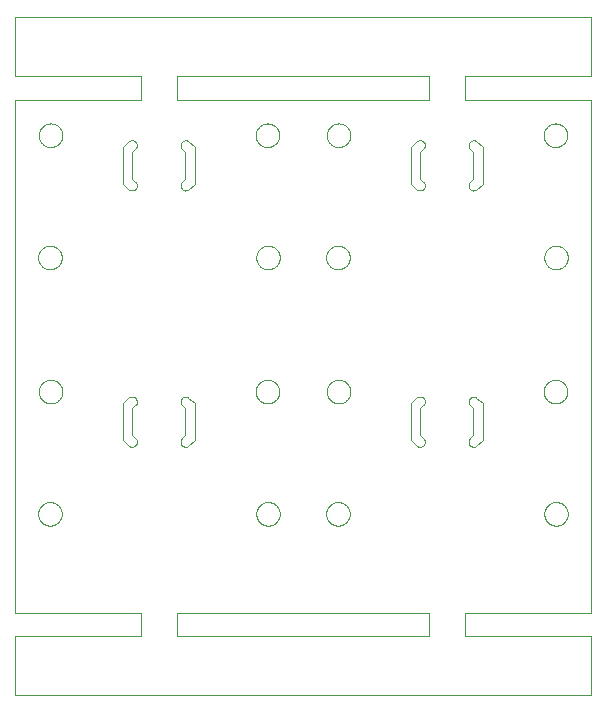
<source format=gbr>
%TF.GenerationSoftware,KiCad,Pcbnew,7.0.2-6a45011f42~172~ubuntu22.04.1*%
%TF.CreationDate,2023-07-04T10:01:33-03:00*%
%TF.ProjectId,TMP117_custom_board_panelize,544d5031-3137-45f6-9375-73746f6d5f62,rev?*%
%TF.SameCoordinates,Original*%
%TF.FileFunction,Profile,NP*%
%FSLAX46Y46*%
G04 Gerber Fmt 4.6, Leading zero omitted, Abs format (unit mm)*
G04 Created by KiCad (PCBNEW 7.0.2-6a45011f42~172~ubuntu22.04.1) date 2023-07-04 10:01:33*
%MOMM*%
%LPD*%
G01*
G04 APERTURE LIST*
%TA.AperFunction,Profile*%
%ADD10C,0.100000*%
%TD*%
G04 APERTURE END LIST*
D10*
X145046173Y-52585100D02*
X145002349Y-52562152D01*
X128068629Y-29644563D02*
X128084264Y-29691496D01*
X169312421Y-39541274D02*
X169352370Y-39512098D01*
X168973262Y-62354066D02*
X168958793Y-62306760D01*
X146460691Y-61652461D02*
X146478629Y-61698563D01*
X170500999Y-30761405D02*
X170461784Y-30791560D01*
X138227998Y-56206978D02*
X138202427Y-56172340D01*
X168874752Y-51762142D02*
X168872305Y-51712734D01*
X170917108Y-40235213D02*
X170920776Y-40284546D01*
X150619532Y-61499252D02*
X150647206Y-61458248D01*
X150513262Y-61721933D02*
X150530054Y-61675401D01*
X158320578Y-52117744D02*
X158341847Y-52114389D01*
X169386349Y-52562152D02*
X169343713Y-52537066D01*
X134245637Y-52180025D02*
X134280416Y-52205398D01*
X145186956Y-41270358D02*
X145141079Y-41251852D01*
X124116000Y-77408000D02*
X172884000Y-77408000D01*
X127897566Y-51049433D02*
X127928204Y-51088272D01*
X170379123Y-50826126D02*
X170421126Y-50852260D01*
X170202653Y-62997809D02*
X170154843Y-63010514D01*
X168896680Y-51467202D02*
X168908793Y-51419239D01*
X170471126Y-41169739D02*
X170429123Y-41195873D01*
X151694843Y-63010514D02*
X151646464Y-63020839D01*
X170385880Y-41219897D02*
X170341501Y-41241754D01*
X170911005Y-62185877D02*
X170902482Y-62234606D01*
X158798908Y-34094108D02*
X158805336Y-34114661D01*
X170154843Y-61065485D02*
X170202653Y-61078190D01*
X127408653Y-30943809D02*
X127360843Y-30956514D01*
X151696464Y-50705160D02*
X151744843Y-50715485D01*
X170341501Y-62945754D02*
X170296096Y-62965389D01*
X134327322Y-52249731D02*
X134354615Y-52283024D01*
X146518482Y-40530606D02*
X146507559Y-40578854D01*
X126313206Y-29404248D02*
X126342874Y-29364663D01*
X158762437Y-56151110D02*
X158738655Y-56187002D01*
X170106464Y-41316839D02*
X170057633Y-41324759D01*
X144575126Y-51279757D02*
X144596432Y-51235111D01*
X144512680Y-51908797D02*
X144502954Y-51860294D01*
X162545992Y-52695093D02*
X162532100Y-52654341D01*
X168879639Y-51564630D02*
X168886954Y-51515705D01*
X128068629Y-30323436D02*
X128050691Y-30369538D01*
X126681079Y-39416147D02*
X126726956Y-39397641D01*
X128067005Y-40481877D02*
X128058482Y-40530606D01*
X146190720Y-29272533D02*
X146225045Y-29308156D01*
X152364496Y-61607302D02*
X152384691Y-61652461D01*
X152384691Y-39948461D02*
X152402629Y-39994563D01*
X145376913Y-30977810D02*
X145327901Y-30971101D01*
X158818216Y-52588082D02*
X158810669Y-52630466D01*
X151549096Y-52687311D02*
X151499631Y-52687923D01*
X138674745Y-52130664D02*
X138715418Y-52144786D01*
X144625126Y-61629757D02*
X144646432Y-61585111D01*
X151065079Y-62955852D02*
X151020173Y-62935100D01*
X144784463Y-61380593D02*
X144817896Y-61344132D01*
X169713281Y-63015975D02*
X169665172Y-63004457D01*
X158739375Y-55683976D02*
X158763054Y-55719936D01*
X126592349Y-39459847D02*
X126636173Y-39436899D01*
X169665172Y-61071542D02*
X169713281Y-61060024D01*
X158805336Y-55818661D02*
X158815026Y-55860613D01*
X158798514Y-56073041D02*
X158782459Y-56112992D01*
X145281172Y-39367542D02*
X145329281Y-39356024D01*
X168946680Y-62258797D02*
X168936954Y-62210294D01*
X126686173Y-52585100D02*
X126642349Y-52562152D01*
X145096173Y-62935100D02*
X145052349Y-62912152D01*
X152367535Y-30501744D02*
X152340883Y-30543420D01*
X169761901Y-63025101D02*
X169713281Y-63015975D01*
X126209920Y-61541574D02*
X126235532Y-61499252D01*
X169030432Y-40786888D02*
X169009126Y-40742242D01*
X152501005Y-29836122D02*
X152507108Y-29885213D01*
X162912000Y-33684000D02*
X162912000Y-31384000D01*
X134208487Y-34607736D02*
X134169302Y-34625578D01*
X138161991Y-34076906D02*
X138179942Y-34037772D01*
X126592349Y-41208152D02*
X126549713Y-41183066D01*
X162640949Y-30533154D02*
X162656600Y-30518362D01*
X152510776Y-51737453D02*
X152507108Y-51786786D01*
X127452096Y-61110610D02*
X127497501Y-61130245D01*
X151255172Y-50721542D02*
X151303281Y-50710024D01*
X126686173Y-50790899D02*
X126731079Y-50770147D01*
X151598471Y-28987745D02*
X151647633Y-28993240D01*
X151303281Y-52665975D02*
X151255172Y-52654457D01*
X145141079Y-62955852D02*
X145096173Y-62935100D01*
X150530054Y-39971401D02*
X150549126Y-39925757D01*
X158804954Y-30713502D02*
X158810391Y-30734336D01*
X146418092Y-62512801D02*
X146393535Y-62555744D01*
X144562680Y-62258797D02*
X144552954Y-62210294D01*
X127497501Y-62945754D02*
X127452096Y-62965389D01*
X169617692Y-62990573D02*
X169570956Y-62974358D01*
X144539262Y-30300066D02*
X144524793Y-30252760D01*
X146410691Y-30369538D02*
X146410691Y-30369538D01*
X152290883Y-39774579D02*
X152317535Y-39816255D01*
X127933535Y-62555744D02*
X127906883Y-62597420D01*
X170202653Y-39374190D02*
X170249776Y-39389244D01*
X127455776Y-50743244D02*
X127502096Y-50760610D01*
X152249045Y-29308156D02*
X152281566Y-29345433D01*
X170199776Y-50743244D02*
X170246096Y-50760610D01*
X134043800Y-30407847D02*
X134086527Y-30413117D01*
X150530054Y-40696598D02*
X150513262Y-40650066D01*
X162554972Y-52360023D02*
X162574993Y-52321907D01*
X127408653Y-29024190D02*
X127455776Y-29039244D01*
X138440912Y-34642327D02*
X138400121Y-34628551D01*
X134086531Y-34648930D02*
X134043799Y-34654200D01*
X152501005Y-51835877D02*
X152492482Y-51884606D01*
X162515988Y-55949366D02*
X162517020Y-55906323D01*
X169430173Y-50790899D02*
X169475079Y-50770147D01*
X163712000Y-30984000D02*
X163712000Y-34084000D01*
X126642349Y-52562152D02*
X126599713Y-52537066D01*
X170902482Y-62234606D02*
X170891559Y-62282854D01*
X138306049Y-30491255D02*
X138342074Y-30467677D01*
X146460691Y-40719538D02*
X146440496Y-40764697D01*
X138190993Y-30617907D02*
X138202428Y-30599659D01*
X145525096Y-50688688D02*
X145574471Y-50691745D01*
X127408653Y-50728190D02*
X127455776Y-50743244D01*
X138754450Y-30458958D02*
X138791439Y-30480992D01*
X151789776Y-41278755D02*
X151742653Y-41293809D01*
X169663281Y-30961975D02*
X169615172Y-30950457D01*
X169909096Y-52687311D02*
X169859631Y-52687923D01*
X134426714Y-55839514D02*
X134431026Y-55860613D01*
X169909096Y-28984688D02*
X169958471Y-28987745D01*
X151157692Y-61085426D02*
X151205172Y-61071542D01*
X158772888Y-52337714D02*
X158790948Y-52376793D01*
X170750883Y-62597420D02*
X170722204Y-62637727D01*
X126235532Y-61499252D02*
X126263206Y-61458248D01*
X169151896Y-50994132D02*
X169187092Y-50959370D01*
X162546436Y-34392206D02*
X162538916Y-34372027D01*
X162824912Y-34642327D02*
X162784121Y-34628551D01*
X158762437Y-34447110D02*
X158738655Y-34483002D01*
X128117005Y-51540122D02*
X128123108Y-51589213D01*
X163157224Y-56302495D02*
X163119165Y-56322623D01*
X133957847Y-30410389D02*
X134000759Y-30406935D01*
X170844691Y-62423538D02*
X170824496Y-62468697D01*
X168959126Y-29575757D02*
X168980432Y-29531111D01*
X138735165Y-56322623D02*
X138695261Y-56338791D01*
X138179943Y-31030227D02*
X138170471Y-31010888D01*
X170872000Y-51688000D02*
X170870776Y-51737453D01*
X146390496Y-51257302D02*
X146410691Y-51302461D01*
X127591880Y-29098102D02*
X127635123Y-29122126D01*
X145624471Y-39337745D02*
X145673633Y-39343240D01*
X169053920Y-62534425D02*
X169030432Y-62490888D01*
X151925880Y-62923897D02*
X151881501Y-62945754D01*
X170429123Y-61176126D02*
X170471126Y-61202260D01*
X126285532Y-29445252D02*
X126313206Y-29404248D01*
X150863963Y-30745609D02*
X150827092Y-30712629D01*
X169168463Y-62695406D02*
X169136874Y-62657336D01*
X127717784Y-52495560D02*
X127677126Y-52523739D01*
X127016913Y-28990189D02*
X127066197Y-28985911D01*
X127016197Y-39335911D02*
X127065631Y-39334076D01*
X128018629Y-39994563D02*
X128034264Y-40041496D01*
X126236432Y-52140888D02*
X126215126Y-52096242D01*
X150942370Y-29162098D02*
X150983713Y-29134933D01*
X170421126Y-29148260D02*
X170461784Y-29176439D01*
X158821445Y-55946375D02*
X158818108Y-55989301D01*
X126966913Y-61044189D02*
X127016197Y-61039911D01*
X145722464Y-63020839D02*
X145673633Y-63028759D01*
X145186956Y-62974358D02*
X145141079Y-62955852D01*
X128123108Y-51786786D02*
X128117005Y-51835877D01*
X126468421Y-62830725D02*
X126429963Y-62799609D01*
X134434262Y-34177903D02*
X134437476Y-34220840D01*
X152317535Y-62555744D02*
X152290883Y-62597420D01*
X150852421Y-39541274D02*
X150892370Y-39512098D01*
X159192000Y-27000000D02*
X148500000Y-27000000D01*
X170152653Y-29024190D02*
X170199776Y-29039244D01*
X128073108Y-62136786D02*
X128067005Y-62185877D01*
X146390496Y-29553302D02*
X146410691Y-29598461D01*
X139328000Y-52688000D02*
X139328000Y-55788000D01*
X170828264Y-51980503D02*
X170828264Y-51980503D01*
X172884000Y-77408000D02*
X172884000Y-72408000D01*
X170624720Y-41045466D02*
X170588675Y-41079347D01*
X144767896Y-29290132D02*
X144803092Y-29255370D01*
X158425440Y-33680991D02*
X158697338Y-33930991D01*
X138142993Y-56034657D02*
X138135324Y-55992291D01*
X170878264Y-62330503D02*
X170862629Y-62377436D01*
X138715418Y-34627214D02*
X138695261Y-34634791D01*
X152249045Y-52363843D02*
X152214720Y-52399466D01*
X134437476Y-34220840D02*
X134437445Y-34242375D01*
X138131988Y-34245366D02*
X138133020Y-34202323D01*
X146368092Y-29509198D02*
X146390496Y-29553302D01*
X144589262Y-61721933D02*
X144606054Y-61675401D01*
X170291501Y-30891754D02*
X170246096Y-30911389D01*
X134431026Y-55860613D02*
X134436414Y-55903331D01*
X152340883Y-52247420D02*
X152312204Y-52287727D01*
X145183692Y-52640573D02*
X145136956Y-52624358D01*
X133834271Y-30446374D02*
X133854017Y-30437786D01*
X134436322Y-55967880D02*
X134430811Y-56010582D01*
X170199776Y-29039244D02*
X170246096Y-29056610D01*
X144606054Y-39971401D02*
X144625126Y-39925757D01*
X126374463Y-51030593D02*
X126407896Y-50994132D01*
X170841559Y-30228854D02*
X170828264Y-30276503D01*
X151070173Y-50790899D02*
X151115079Y-50770147D01*
X162845779Y-34647646D02*
X162824912Y-34642327D01*
X158711358Y-34516299D02*
X158680827Y-34546659D01*
X150933713Y-61188933D02*
X150976349Y-61163847D01*
X146518482Y-40137393D02*
X146527005Y-40186122D01*
X170862629Y-61698563D02*
X170878264Y-61745496D01*
X162574384Y-52753060D02*
X162554471Y-52714888D01*
X126080752Y-40408142D02*
X126078305Y-40358734D01*
X162515958Y-52548168D02*
X162517112Y-52505129D01*
X133894687Y-52127668D02*
X133915506Y-52122174D01*
X127263633Y-28993240D02*
X127312464Y-29001160D01*
X128000691Y-39948461D02*
X128018629Y-39994563D01*
X126726956Y-62974358D02*
X126681079Y-62955852D01*
X138154917Y-30695972D02*
X138170972Y-30656023D01*
X126102680Y-40554797D02*
X126092954Y-40506294D01*
X151070173Y-52585100D02*
X151026349Y-52562152D01*
X144540752Y-62112142D02*
X144538305Y-62062734D01*
X128108482Y-51491393D02*
X128117005Y-51540122D01*
X158553302Y-34625578D02*
X158512509Y-34639357D01*
X169086874Y-30603336D02*
X169057206Y-30563751D01*
X126479963Y-50926390D02*
X126518421Y-50895274D01*
X146077784Y-52495560D02*
X146037126Y-52523739D01*
X150548793Y-51956760D02*
X150536680Y-51908797D01*
X152462000Y-40334000D02*
X152460776Y-40383453D01*
X127830720Y-30695466D02*
X127794675Y-30729347D01*
X152492482Y-51884606D02*
X152481559Y-51932854D01*
X145957501Y-61130245D02*
X146001880Y-61152102D01*
X152214720Y-52399466D02*
X152178675Y-52433347D01*
X170917108Y-40432786D02*
X170911005Y-40481877D01*
X163079261Y-56338791D02*
X163037925Y-56350831D01*
X170861005Y-51835877D02*
X170852482Y-51884606D01*
X169201896Y-62731867D02*
X169168463Y-62695406D01*
X168886954Y-51515705D02*
X168896680Y-51467202D01*
X150777092Y-61309370D02*
X150813963Y-61276390D01*
X138632851Y-34651263D02*
X138590166Y-34656894D01*
X128108482Y-51884606D02*
X128097559Y-51932854D01*
X170588675Y-39588652D02*
X170624720Y-39622533D01*
X145957501Y-39426245D02*
X146001880Y-39448102D01*
X170774496Y-29553302D02*
X170794691Y-29598461D01*
X134426438Y-34327669D02*
X134414514Y-34369041D01*
X127983535Y-29466255D02*
X128008092Y-29509198D01*
X162538916Y-34372027D02*
X162532429Y-34351493D01*
X169352370Y-62859901D02*
X169312421Y-62830725D01*
X168980432Y-52140888D02*
X168959126Y-52096242D01*
X144752874Y-61418663D02*
X144784463Y-61380593D01*
X145818653Y-39374190D02*
X145865776Y-39389244D01*
X127897566Y-29345433D02*
X127928204Y-29384272D01*
X134388932Y-56132305D02*
X134367001Y-56169358D01*
X169436349Y-39459847D02*
X169480173Y-39436899D01*
X158384752Y-56359112D02*
X158341835Y-56355657D01*
X170335880Y-29098102D02*
X170379123Y-29122126D01*
X126102680Y-40113202D02*
X126114793Y-40065239D01*
X126549713Y-62887066D02*
X126508370Y-62859901D01*
X126636173Y-39436899D02*
X126681079Y-39416147D01*
X138131988Y-55949366D02*
X138133020Y-55906323D01*
X127928204Y-29384272D02*
X127956883Y-29424579D01*
X138288980Y-56267616D02*
X138272599Y-56253638D01*
X144752874Y-62657336D02*
X144723206Y-62617751D01*
X151597633Y-39343240D02*
X151646464Y-39351160D01*
X158821445Y-34242375D02*
X158818108Y-34285301D01*
X126215126Y-30392242D02*
X126196054Y-30346598D01*
X138547131Y-34658169D02*
X138525620Y-34657167D01*
X144817896Y-62731867D02*
X144784463Y-62695406D01*
X134169302Y-56329578D02*
X134128509Y-56343357D01*
X138135324Y-55992291D02*
X138133111Y-55970870D01*
X170920776Y-62087453D02*
X170917108Y-62136786D01*
X168879639Y-30107369D02*
X168874752Y-30058142D01*
X169909096Y-30983311D02*
X169859631Y-30983923D01*
X169665172Y-63004457D02*
X169617692Y-62990573D01*
X170700883Y-29424579D02*
X170727535Y-29466255D01*
X138380303Y-52151872D02*
X138420342Y-52136043D01*
X152507108Y-51589213D02*
X152510776Y-51638546D01*
X138179942Y-34037772D02*
X138201766Y-34000659D01*
X150519639Y-51564630D02*
X150526954Y-51515705D01*
X168908793Y-51419239D02*
X168923262Y-51371933D01*
X169761901Y-41321101D02*
X169713281Y-41311975D01*
X145722464Y-39351160D02*
X145770843Y-39361485D01*
X170867108Y-30082786D02*
X170861005Y-30131877D01*
X151255172Y-29017542D02*
X151303281Y-29006024D01*
X134000752Y-34655112D02*
X133957835Y-34651657D01*
X152414496Y-52118697D02*
X152392092Y-52162801D01*
X145672464Y-50705160D02*
X145720843Y-50715485D01*
X169567692Y-50735426D02*
X169615172Y-50721542D01*
X128123108Y-29885213D02*
X128126776Y-29934546D01*
X150892370Y-61216098D02*
X150933713Y-61188933D01*
X151931501Y-52595754D02*
X151886096Y-52615389D01*
X151694843Y-39361485D02*
X151742653Y-39374190D01*
X126731079Y-50770147D02*
X126776956Y-50751641D01*
X127214471Y-52684254D02*
X127165096Y-52687311D01*
X152392092Y-30458801D02*
X152367535Y-30501744D01*
X128050691Y-51302461D02*
X128068629Y-51348563D01*
X170812629Y-30323436D02*
X170794691Y-30369538D01*
X128084264Y-29691496D02*
X128097559Y-29739145D01*
X170802092Y-62512801D02*
X170777535Y-62555744D01*
X127066197Y-28985911D02*
X127115631Y-28984076D01*
X127958092Y-40808801D02*
X127933535Y-40851744D01*
X151499096Y-63037311D02*
X151449631Y-63037923D01*
X145475631Y-30983923D02*
X145426197Y-30982088D01*
X151836096Y-61110610D02*
X151881501Y-61130245D01*
X170471126Y-61202260D02*
X170511784Y-61230439D01*
X145002349Y-29109847D02*
X145046173Y-29086899D01*
X144645532Y-52226747D02*
X144619920Y-52184425D01*
X162640101Y-52838000D02*
X162611241Y-52806050D01*
X150647206Y-62617751D02*
X150619532Y-62576747D01*
X126429963Y-39572390D02*
X126468421Y-39541274D01*
X168990054Y-62400598D02*
X168973262Y-62354066D01*
X150476954Y-40506294D02*
X150469639Y-40457369D01*
X126636173Y-61140899D02*
X126681079Y-61120147D01*
X126259920Y-30480425D02*
X126236432Y-30436888D01*
X169810197Y-28985911D02*
X169859631Y-28984076D01*
X126092954Y-40161705D02*
X126102680Y-40113202D01*
X145052349Y-41208152D02*
X145009713Y-41183066D01*
X128126776Y-51638546D02*
X128128000Y-51688000D01*
X158320563Y-34648301D02*
X158278666Y-34638375D01*
X128123108Y-30082786D02*
X128117005Y-30131877D01*
X150469639Y-62161369D02*
X150464752Y-62112142D01*
X150462305Y-62013265D02*
X150464752Y-61963857D01*
X162522409Y-52612391D02*
X162517021Y-52569676D01*
X128076776Y-40383453D02*
X128073108Y-40432786D01*
X134355344Y-31081985D02*
X134342169Y-31099017D01*
X170794691Y-30369538D02*
X170774496Y-30414697D01*
X144556054Y-51325401D02*
X144575126Y-51279757D01*
X126592349Y-61163847D02*
X126636173Y-61140899D01*
X152214720Y-30695466D02*
X152178675Y-30729347D01*
X146468482Y-51491393D02*
X146477005Y-51540122D01*
X146166999Y-61260594D02*
X146204675Y-61292652D01*
X158218271Y-52150374D02*
X158258173Y-52134211D01*
X152019123Y-52549873D02*
X151975880Y-52573897D01*
X144596432Y-29531111D02*
X144619920Y-29487574D01*
X152164720Y-62749466D02*
X152128675Y-62783347D01*
X170429123Y-39472126D02*
X170471126Y-39498260D01*
X146468482Y-29787393D02*
X146477005Y-29836122D01*
X170878264Y-61745496D02*
X170891559Y-61793145D01*
X144540752Y-61963857D02*
X144545639Y-61914630D01*
X144495639Y-51811369D02*
X144490752Y-51762142D01*
X158696444Y-30530166D02*
X158725391Y-30562031D01*
X151839776Y-30928755D02*
X151792653Y-30943809D01*
X151449631Y-63037923D02*
X151400197Y-63036088D01*
X151696464Y-52670839D02*
X151647633Y-52678759D01*
X144669920Y-40830425D02*
X144646432Y-40786888D01*
X134421293Y-52651316D02*
X134407404Y-52692065D01*
X151646464Y-61055160D02*
X151694843Y-61065485D01*
X145426913Y-61044189D02*
X145476197Y-61039911D01*
X162554471Y-52714888D02*
X162545992Y-52695093D01*
X138482889Y-56355899D02*
X138461779Y-56351646D01*
X139328000Y-30984000D02*
X139328000Y-34084000D01*
X170641566Y-52326566D02*
X170609045Y-52363843D01*
X145426197Y-50689911D02*
X145475631Y-50688076D01*
X133957847Y-52114389D02*
X134000759Y-52110935D01*
X146077784Y-30791560D02*
X146037126Y-30819739D01*
X169859631Y-50688076D02*
X169909096Y-50688688D01*
X151351901Y-52675101D02*
X151303281Y-52665975D01*
X152434691Y-30369538D02*
X152414496Y-30414697D01*
X146393535Y-62555744D02*
X146366883Y-62597420D01*
X146166999Y-62815405D02*
X146127784Y-62845560D01*
X126130752Y-51613857D02*
X126135639Y-51564630D01*
X144619920Y-29487574D02*
X144645532Y-29445252D01*
X158726198Y-33962943D02*
X158739375Y-33979976D01*
X162656599Y-34549638D02*
X162640949Y-34534846D01*
X144767896Y-30677867D02*
X144734463Y-30641406D01*
X144928421Y-39541274D02*
X144968370Y-39512098D01*
X144589262Y-40017933D02*
X144606054Y-39971401D01*
X145770843Y-63010514D02*
X145722464Y-63020839D01*
X169343713Y-29134933D02*
X169386349Y-29109847D01*
X150570432Y-61585111D02*
X150593920Y-61541574D01*
X146460691Y-40719538D02*
X146460691Y-40719538D01*
X158258149Y-56335831D02*
X158218243Y-56319665D01*
X127263633Y-50697240D02*
X127312464Y-50705160D01*
X151836096Y-39406610D02*
X151881501Y-39426245D01*
X158798866Y-52671867D02*
X158782927Y-52711859D01*
X134407445Y-55777907D02*
X134414908Y-55798108D01*
X127455776Y-29039244D02*
X127502096Y-29056610D01*
X150486680Y-40554797D02*
X150476954Y-40506294D01*
X150933713Y-41183066D02*
X150892370Y-41155901D01*
X126209920Y-40830425D02*
X126186432Y-40786888D01*
X145525631Y-41333923D02*
X145476197Y-41332088D01*
X126342874Y-29364663D02*
X126374463Y-29326593D01*
X126357896Y-39640132D02*
X126393092Y-39605370D01*
X169057206Y-52267751D02*
X169029532Y-52226747D01*
X127547501Y-52595754D02*
X127502096Y-52615389D01*
X144490752Y-29909857D02*
X144495639Y-29860630D01*
X128047559Y-61793145D02*
X128058482Y-61841393D01*
X138420342Y-56339957D02*
X138400121Y-56332551D01*
X150536680Y-51908797D02*
X150526954Y-51860294D01*
X146368092Y-30458801D02*
X146343535Y-30501744D01*
X150933713Y-62887066D02*
X150892370Y-62859901D01*
X145912096Y-39406610D02*
X145957501Y-39426245D01*
X144619920Y-51191574D02*
X144645532Y-51149252D01*
X150512305Y-30008734D02*
X150512305Y-29959265D01*
X128126776Y-30033453D02*
X128123108Y-30082786D01*
X162585766Y-34000659D02*
X162611240Y-33965949D01*
X158470531Y-56352930D02*
X158427799Y-56358200D01*
X150708463Y-62695406D02*
X150676874Y-62657336D01*
X158629637Y-30476025D02*
X158664416Y-30501398D01*
X150741896Y-61344132D02*
X150777092Y-61309370D01*
X133936563Y-34648301D02*
X133915488Y-34643870D01*
X170722204Y-62637727D02*
X170691566Y-62676566D01*
X152128675Y-39588652D02*
X152164720Y-39622533D01*
X128084264Y-51395496D02*
X128097559Y-51443145D01*
X169107206Y-62617751D02*
X169079532Y-62576747D01*
X138632851Y-52120737D02*
X138674745Y-52130664D01*
X126196054Y-51325401D02*
X126215126Y-51279757D01*
X144645532Y-29445252D02*
X144673206Y-29404248D01*
X157875440Y-56034991D02*
X157625440Y-55784991D01*
X152492482Y-51491393D02*
X152501005Y-51540122D01*
X126443092Y-52416629D02*
X126407896Y-52381867D01*
X128008092Y-52162801D02*
X127983535Y-52205744D01*
X146225045Y-52363843D02*
X146190720Y-52399466D01*
X170500999Y-50910594D02*
X170538675Y-50942652D01*
X169761901Y-61050898D02*
X169810913Y-61044189D01*
X134128509Y-34639357D02*
X134086531Y-34648930D01*
X152402629Y-62377436D02*
X152384691Y-62423538D01*
X170550999Y-41111405D02*
X170511784Y-41141560D01*
X158470527Y-30413117D02*
X158512500Y-30422690D01*
X126324463Y-62695406D02*
X126292874Y-62657336D01*
X170920776Y-61988546D02*
X170922000Y-62038000D01*
X157625440Y-55784991D02*
X157625440Y-52684991D01*
X169909631Y-39334076D02*
X169959096Y-39334688D01*
X128058482Y-40530606D02*
X128047559Y-40578854D01*
X158592467Y-52158306D02*
X158629637Y-52180025D01*
X169057206Y-51108248D02*
X169086874Y-51068663D01*
X134086527Y-30413117D02*
X134128500Y-30422690D01*
X162909620Y-34657167D02*
X162909620Y-34657167D01*
X137808000Y-25000000D02*
X159192000Y-25000000D01*
X126357896Y-61344132D02*
X126393092Y-61309370D01*
X151065079Y-61120147D02*
X151110956Y-61101641D01*
X126871172Y-52654457D02*
X126823692Y-52640573D01*
X128076776Y-62087453D02*
X128073108Y-62136786D01*
X127958092Y-62512801D02*
X127933535Y-62555744D01*
X134437397Y-52523619D02*
X134437428Y-52545151D01*
X152019123Y-50826126D02*
X152061126Y-50852260D01*
X170550999Y-61260594D02*
X170588675Y-61292652D01*
X169436349Y-61163847D02*
X169480173Y-61140899D01*
X146440496Y-40764697D02*
X146418092Y-40808801D01*
X127405776Y-61093244D02*
X127452096Y-61110610D01*
X150536680Y-51467202D02*
X150548793Y-51419239D01*
X146533108Y-62136786D02*
X146527005Y-62185877D01*
X138420342Y-52136043D02*
X138440912Y-52129672D01*
X151160956Y-29047641D02*
X151207692Y-29031426D01*
X169030432Y-62490888D02*
X169009126Y-62446242D01*
X158512500Y-52126690D02*
X158553286Y-52140467D01*
X158810391Y-52438336D02*
X158818060Y-52480698D01*
X144784463Y-39676593D02*
X144817896Y-39640132D01*
X145002349Y-30858152D02*
X144959713Y-30833066D01*
X162974166Y-56360894D02*
X162974166Y-56360894D01*
X152457108Y-62136786D02*
X152451005Y-62185877D01*
X134414468Y-30692970D02*
X134426391Y-30734336D01*
X152501005Y-30131877D02*
X152492482Y-30180606D01*
X144490752Y-30058142D02*
X144488305Y-30008734D01*
X170672204Y-30583727D02*
X170641566Y-30622566D01*
X151499096Y-61038688D02*
X151548471Y-61041745D01*
X152340883Y-51128579D02*
X152367535Y-51170255D01*
X144490752Y-51613857D02*
X144495639Y-51564630D01*
X146444264Y-51395496D02*
X146457559Y-51443145D01*
X138227241Y-31102050D02*
X138201767Y-31067340D01*
X162726074Y-30467677D02*
X162764303Y-30447872D01*
X127756999Y-52465405D02*
X127717784Y-52495560D01*
X146393535Y-39816255D02*
X146418092Y-39859198D01*
X150549126Y-61629757D02*
X150570432Y-61585111D01*
X134313338Y-55634991D02*
X134342198Y-55666943D01*
X152011126Y-61202260D02*
X152051784Y-61230439D01*
X158427800Y-30407847D02*
X158470527Y-30413117D01*
X169615172Y-29017542D02*
X169663281Y-29006024D01*
X145623633Y-28993240D02*
X145672464Y-29001160D01*
X126549713Y-41183066D02*
X126508370Y-41155901D01*
X150563262Y-51371933D02*
X150580054Y-51325401D01*
X170574720Y-52399466D02*
X170538675Y-52433347D01*
X138791439Y-30480992D02*
X139328000Y-30984000D01*
X127541880Y-39448102D02*
X127585123Y-39472126D01*
X128030496Y-29553302D02*
X128050691Y-29598461D01*
X134245663Y-34586015D02*
X134208487Y-34607736D01*
X169520956Y-29047641D02*
X169567692Y-29031426D01*
X150620432Y-51235111D02*
X150643920Y-51191574D01*
X152019123Y-30845873D02*
X151975880Y-30869897D01*
X145046173Y-30881100D02*
X145002349Y-30858152D01*
X144606054Y-61675401D02*
X144625126Y-61629757D01*
X152418264Y-61745496D02*
X152431559Y-61793145D01*
X145995123Y-52549873D02*
X145951880Y-52573897D01*
X138272599Y-34549638D02*
X138242069Y-34519280D01*
X158629663Y-56290015D02*
X158592487Y-56311736D01*
X126518421Y-50895274D02*
X126558370Y-50866098D01*
X170659045Y-41009843D02*
X170624720Y-41045466D01*
X162909620Y-30410833D02*
X162952665Y-30409923D01*
X163712000Y-34084000D02*
X163175439Y-34587008D01*
X138135172Y-34180897D02*
X138142721Y-34138510D01*
X127263633Y-30974759D02*
X127214471Y-30980254D01*
X127980496Y-61607302D02*
X128000691Y-61652461D01*
X151070173Y-29086899D02*
X151115079Y-29066147D01*
X152061126Y-30819739D02*
X152019123Y-30845873D01*
X138525620Y-34657167D02*
X138525620Y-34657167D01*
X146428629Y-51348563D02*
X146444264Y-51395496D01*
X126869281Y-61060024D02*
X126917901Y-61050898D01*
X138179943Y-52734227D02*
X138170471Y-52714888D01*
X128008092Y-29509198D02*
X128030496Y-29553302D01*
X170774496Y-51257302D02*
X170794691Y-51302461D01*
X168936954Y-40506294D02*
X168929639Y-40457369D01*
X169302370Y-30805901D02*
X169262421Y-30776725D01*
X126917901Y-39346898D02*
X126966913Y-39340189D01*
X126080752Y-40259857D02*
X126085639Y-40210630D01*
X144524793Y-51419239D02*
X144539262Y-51371933D01*
X169302370Y-29162098D02*
X169343713Y-29134933D01*
X151110956Y-62974358D02*
X151065079Y-62955852D01*
X145624471Y-63034254D02*
X145575096Y-63037311D01*
X162517112Y-30801129D02*
X162522621Y-30758428D01*
X151449631Y-39334076D02*
X151499096Y-39334688D01*
X126429963Y-62799609D02*
X126393092Y-62766629D01*
X170917108Y-62136786D02*
X170911005Y-62185877D01*
X145673633Y-39343240D02*
X145722464Y-39351160D01*
X170199776Y-52632755D02*
X170152653Y-52647809D01*
X145673633Y-63028759D02*
X145624471Y-63034254D01*
X127677126Y-29148260D02*
X127717784Y-29176439D01*
X150758463Y-30641406D02*
X150726874Y-30603336D01*
X134434060Y-30776698D02*
X134437397Y-30819619D01*
X158470531Y-34648930D02*
X158427799Y-34654200D01*
X126869281Y-63015975D02*
X126821172Y-63004457D01*
X162824912Y-30425672D02*
X162866889Y-30416101D01*
X146440496Y-62468697D02*
X146418092Y-62512801D01*
X134437428Y-52545151D02*
X134434216Y-52588082D01*
X151969123Y-41195873D02*
X151925880Y-41219897D01*
X144575126Y-29575757D02*
X144596432Y-29531111D01*
X158180181Y-56299538D02*
X158161964Y-56288052D01*
X127115096Y-63037311D02*
X127065631Y-63037923D01*
X158341847Y-52114389D02*
X158384759Y-52110935D01*
X151160956Y-52624358D02*
X151115079Y-52605852D01*
X126080752Y-62112142D02*
X126078305Y-62062734D01*
X128078000Y-62038000D02*
X128076776Y-62087453D01*
X158425440Y-55384991D02*
X158697338Y-55634991D01*
X152140999Y-50910594D02*
X152178675Y-50942652D01*
X126518421Y-30776725D02*
X126479963Y-30745609D01*
X126114793Y-40065239D02*
X126129262Y-40017933D01*
X170152653Y-52647809D02*
X170104843Y-52660514D01*
X127847566Y-61399433D02*
X127878204Y-61438272D01*
X128117005Y-30131877D02*
X128108482Y-30180606D01*
X150464752Y-61963857D02*
X150469639Y-61914630D01*
X126642349Y-29109847D02*
X126686173Y-29086899D01*
X144574793Y-61769239D02*
X144589262Y-61721933D01*
X127667784Y-61230439D02*
X127706999Y-61260594D01*
X126129262Y-62354066D02*
X126114793Y-62306760D01*
X145091079Y-52605852D02*
X145046173Y-52585100D01*
X134426391Y-52438336D02*
X134434060Y-52480698D01*
X150976349Y-62912152D02*
X150933713Y-62887066D01*
X170911005Y-40481877D02*
X170902482Y-40530606D01*
X158278687Y-30423668D02*
X158320578Y-30413744D01*
X162538917Y-52399972D02*
X162554972Y-52360023D01*
X169810913Y-41327810D02*
X169761901Y-41321101D01*
X152178675Y-50942652D02*
X152214720Y-50976533D01*
X127667784Y-62845560D02*
X127627126Y-62873739D01*
X169009126Y-62446242D02*
X168990054Y-62400598D01*
X169810913Y-63031810D02*
X169761901Y-63025101D01*
X145912096Y-62965389D02*
X145865776Y-62982755D01*
X144752874Y-40953336D02*
X144723206Y-40913751D01*
X133241440Y-30980991D02*
X133777999Y-30477981D01*
X146533108Y-40432786D02*
X146527005Y-40481877D01*
X133834243Y-34615665D02*
X133814956Y-34606085D01*
X158725391Y-30562031D02*
X158750960Y-30596666D01*
X144817896Y-41027867D02*
X144784463Y-40991406D01*
X145525096Y-28984688D02*
X145574471Y-28987745D01*
X126292874Y-40953336D02*
X126263206Y-40913751D01*
X146316883Y-51128579D02*
X146343535Y-51170255D01*
X170752092Y-30458801D02*
X170727535Y-30501744D01*
X138161992Y-52695093D02*
X138148100Y-52654341D01*
X169086874Y-51068663D02*
X169118463Y-51030593D01*
X144538305Y-40309265D02*
X144540752Y-40259857D01*
X162866889Y-56355899D02*
X162845779Y-56351646D01*
X144562680Y-40554797D02*
X144552954Y-40506294D01*
X127310843Y-63010514D02*
X127262464Y-63020839D01*
X151647633Y-28993240D02*
X151696464Y-29001160D01*
X150599126Y-51279757D02*
X150620432Y-51235111D01*
X158664416Y-30501398D02*
X158696444Y-30530166D01*
X145768653Y-50728190D02*
X145815776Y-50743244D01*
X170624720Y-39622533D02*
X170659045Y-39658156D01*
X127016197Y-63036088D02*
X126966913Y-63031810D01*
X150526954Y-30156294D02*
X150519639Y-30107369D01*
X144669920Y-39837574D02*
X144695532Y-39795252D01*
X138135172Y-55884897D02*
X138142721Y-55842510D01*
X133936578Y-30413744D02*
X133957847Y-30410389D01*
X146488000Y-51688000D02*
X146486776Y-51737453D01*
X146307566Y-40972566D02*
X146275045Y-41009843D01*
X134431026Y-34156613D02*
X134434262Y-34177903D01*
X146045123Y-61176126D02*
X146087126Y-61202260D01*
X144878421Y-29191274D02*
X144918370Y-29162098D01*
X127956883Y-52247420D02*
X127928204Y-52287727D01*
X169223963Y-29222390D02*
X169262421Y-29191274D01*
X162611241Y-31102050D02*
X162585767Y-31067340D01*
X150976349Y-41208152D02*
X150933713Y-41183066D01*
X151975880Y-30869897D02*
X151931501Y-30891754D01*
X170199776Y-30928755D02*
X170152653Y-30943809D01*
X170385880Y-39448102D02*
X170429123Y-39472126D01*
X168886954Y-30156294D02*
X168879639Y-30107369D01*
X157875440Y-34330991D02*
X157625440Y-34080991D01*
X133777999Y-52181981D02*
X133796214Y-52170497D01*
X145009713Y-39484933D02*
X145052349Y-39459847D01*
X146527005Y-40481877D02*
X146518482Y-40530606D01*
X169343713Y-50838933D02*
X169386349Y-50813847D01*
X151253281Y-39356024D02*
X151301901Y-39346898D01*
X126479963Y-52449609D02*
X126443092Y-52416629D01*
X145136956Y-29047641D02*
X145183692Y-29031426D01*
X145673633Y-61047240D02*
X145722464Y-61055160D01*
X150620432Y-52140888D02*
X150599126Y-52096242D01*
X126142954Y-29811705D02*
X126152680Y-29763202D01*
X151694843Y-41306514D02*
X151646464Y-41316839D01*
X145141079Y-39416147D02*
X145186956Y-39397641D01*
X170461784Y-30791560D02*
X170421126Y-30819739D01*
X170922000Y-62038000D02*
X170920776Y-62087453D01*
X150548793Y-51419239D02*
X150563262Y-51371933D01*
X150469639Y-40457369D02*
X150464752Y-40408142D01*
X127115631Y-50688076D02*
X127165096Y-50688688D01*
X151450197Y-28985911D02*
X151499631Y-28984076D01*
X127865045Y-51012156D02*
X127897566Y-51049433D01*
X163058746Y-34641336D02*
X163016851Y-34651263D01*
X150619532Y-40872747D02*
X150593920Y-40830425D01*
X126164793Y-51956760D02*
X126152680Y-51908797D01*
X152481559Y-51932854D02*
X152468264Y-51980503D01*
X158818060Y-30776698D02*
X158821397Y-30819619D01*
X134280416Y-52205398D02*
X134296795Y-52219376D01*
X138154529Y-30970893D02*
X138148100Y-30950341D01*
X145818653Y-61078190D02*
X145865776Y-61093244D01*
X145231172Y-50721542D02*
X145279281Y-50710024D01*
X169430173Y-52585100D02*
X169386349Y-52562152D01*
X163016851Y-34651263D02*
X162974166Y-34656894D01*
X158798908Y-55798108D02*
X158805336Y-55818661D01*
X151115079Y-30901852D02*
X151070173Y-30881100D01*
X127847566Y-62676566D02*
X127815045Y-62713843D01*
X127706999Y-41111405D02*
X127667784Y-41141560D01*
X169343713Y-52537066D02*
X169302370Y-52509901D01*
X127016913Y-52681810D02*
X126967901Y-52675101D01*
X158782459Y-56112992D02*
X158762437Y-56151110D01*
X170511784Y-41141560D02*
X170471126Y-41169739D01*
X138138409Y-52612391D02*
X138133021Y-52569676D01*
X128108482Y-30180606D02*
X128097559Y-30228854D01*
X134355375Y-55683976D02*
X134367671Y-55701656D01*
X169079532Y-62576747D02*
X169053920Y-62534425D01*
X151969123Y-62899873D02*
X151925880Y-62923897D01*
X169223963Y-50926390D02*
X169262421Y-50895274D01*
X134421002Y-56052506D02*
X134406994Y-56093220D01*
X170154843Y-63010514D02*
X170106464Y-63020839D01*
X169617692Y-39381426D02*
X169665172Y-39367542D01*
X144488305Y-51663265D02*
X144490752Y-51613857D01*
X145141079Y-41251852D02*
X145096173Y-41231100D01*
X163138450Y-34609042D02*
X163099418Y-34627214D01*
X152249045Y-30659843D02*
X152214720Y-30695466D01*
X126429963Y-41095609D02*
X126393092Y-41062629D01*
X126592349Y-62912152D02*
X126549713Y-62887066D01*
X128030496Y-30414697D02*
X128008092Y-30458801D01*
X169079532Y-40872747D02*
X169053920Y-40830425D01*
X144839963Y-52449609D02*
X144803092Y-52416629D01*
X152392092Y-51213198D02*
X152414496Y-51257302D01*
X126263206Y-40913751D02*
X126235532Y-40872747D01*
X126146054Y-40696598D02*
X126129262Y-40650066D01*
X128047559Y-62282854D02*
X128034264Y-62330503D01*
X138154916Y-56076027D02*
X138142993Y-56034657D01*
X138400121Y-56332551D02*
X138360936Y-56314711D01*
X152431559Y-62282854D02*
X152418264Y-62330503D01*
X134398927Y-31007859D02*
X134379018Y-31046029D01*
X138695261Y-34634791D02*
X138674746Y-34641336D01*
X151205172Y-61071542D02*
X151253281Y-61060024D01*
X146307566Y-62676566D02*
X146275045Y-62713843D01*
X138547131Y-56362169D02*
X138525620Y-56361167D01*
X170691566Y-39695433D02*
X170722204Y-39734272D01*
X152342092Y-62512801D02*
X152317535Y-62555744D01*
X158198956Y-34606085D02*
X158161964Y-34584052D01*
X150580054Y-29621401D02*
X150599126Y-29575757D01*
X150593920Y-40830425D02*
X150570432Y-40786888D01*
X128047559Y-40578854D02*
X128034264Y-40626503D01*
X146518482Y-61841393D02*
X146527005Y-61890122D01*
X151975880Y-29098102D02*
X152019123Y-29122126D01*
X126179262Y-29667933D02*
X126196054Y-29621401D01*
X163175439Y-52184992D02*
X163712000Y-52688000D01*
X144673206Y-30563751D02*
X144645532Y-30522747D01*
X168922305Y-62013265D02*
X168924752Y-61963857D01*
X169760913Y-52681810D02*
X169711901Y-52675101D01*
X146393535Y-61520255D02*
X146418092Y-61563198D01*
X127756999Y-30761405D02*
X127717784Y-30791560D01*
X151020173Y-39436899D02*
X151065079Y-39416147D01*
X169617692Y-41286573D02*
X169570956Y-41270358D01*
X170774496Y-30414697D02*
X170752092Y-30458801D01*
X145575096Y-41333311D02*
X145525631Y-41333923D01*
X124116000Y-27000000D02*
X124116000Y-48704000D01*
X127547501Y-30891754D02*
X127502096Y-30911389D01*
X127878204Y-40933727D02*
X127847566Y-40972566D01*
X127358653Y-41293809D02*
X127310843Y-41306514D01*
X170794691Y-52073538D02*
X170774496Y-52118697D01*
X150758463Y-29326593D02*
X150791896Y-29290132D01*
X144817896Y-61344132D02*
X144853092Y-61309370D01*
X170828264Y-29691496D02*
X170841559Y-29739145D01*
X151303281Y-29006024D02*
X151351901Y-28996898D01*
X146533108Y-61939213D02*
X146536776Y-61988546D01*
X150514752Y-30058142D02*
X150512305Y-30008734D01*
X169520956Y-52624358D02*
X169475079Y-52605852D01*
X126128305Y-29959265D02*
X126130752Y-29909857D01*
X152418264Y-40041496D02*
X152431559Y-40089145D01*
X152510776Y-29934546D02*
X152512000Y-29984000D01*
X138695261Y-56338791D02*
X138653925Y-56350831D01*
X127213633Y-63028759D02*
X127164471Y-63034254D01*
X169009126Y-61629757D02*
X169030432Y-61585111D01*
X162532429Y-56055493D02*
X162522620Y-56013571D01*
X134414908Y-55798108D02*
X134414908Y-55798108D01*
X126313206Y-51108248D02*
X126342874Y-51068663D01*
X168958793Y-40065239D02*
X168973262Y-40017933D01*
X152481559Y-29739145D02*
X152492482Y-29787393D01*
X127164471Y-39337745D02*
X127213633Y-39343240D01*
X152340883Y-30543420D02*
X152312204Y-30583727D01*
X150676874Y-61418663D02*
X150708463Y-61380593D01*
X146444264Y-51980503D02*
X146428629Y-52027436D01*
X170246096Y-29056610D02*
X170291501Y-29076245D01*
X126468421Y-61245274D02*
X126508370Y-61216098D01*
X170844691Y-40719538D02*
X170824496Y-40764697D01*
X170841559Y-51443145D02*
X170852482Y-51491393D01*
X169959096Y-39334688D02*
X170008471Y-39337745D01*
X127541880Y-41219897D02*
X127497501Y-41241754D01*
X126085639Y-40210630D02*
X126092954Y-40161705D01*
X145862096Y-30911389D02*
X145815776Y-30928755D01*
X146483108Y-29885213D02*
X146486776Y-29934546D01*
X127452096Y-41261389D02*
X127405776Y-41278755D01*
X134388932Y-34428305D02*
X134367001Y-34465358D01*
X145957501Y-41241754D02*
X145912096Y-41261389D01*
X138214773Y-34485984D02*
X138202427Y-34468340D01*
X138190383Y-55722938D02*
X138201766Y-55704659D01*
X127906883Y-61478579D02*
X127933535Y-61520255D01*
X146457559Y-29739145D02*
X146468482Y-29787393D01*
X158725391Y-52266031D02*
X158750960Y-52300666D01*
X128018629Y-40673436D02*
X128000691Y-40719538D01*
X126196054Y-29621401D02*
X126215126Y-29575757D01*
X150580054Y-52050598D02*
X150563262Y-52004066D01*
X144803092Y-29255370D02*
X144839963Y-29222390D01*
X170641566Y-29345433D02*
X170672204Y-29384272D01*
X150563262Y-52004066D02*
X150548793Y-51956760D01*
X127627126Y-41169739D02*
X127585123Y-41195873D01*
X144574793Y-40065239D02*
X144589262Y-40017933D01*
X150676874Y-62657336D02*
X150647206Y-62617751D01*
X162866889Y-52120101D02*
X162909620Y-52114833D01*
X127928204Y-51088272D02*
X127956883Y-51128579D01*
X134169286Y-30436467D02*
X134189103Y-30444889D01*
X168929639Y-61914630D02*
X168936954Y-61865705D01*
X151255172Y-30950457D02*
X151207692Y-30936573D01*
X162784121Y-56332551D02*
X162744936Y-56314711D01*
X126235532Y-62576747D02*
X126209920Y-62534425D01*
X146045123Y-41195873D02*
X146001880Y-41219897D01*
X145862096Y-29056610D02*
X145907501Y-29076245D01*
X145052349Y-62912152D02*
X145009713Y-62887066D01*
X134341429Y-56203997D02*
X134312478Y-56235867D01*
X162192000Y-27000000D02*
X162192000Y-25000000D01*
X169057206Y-30563751D02*
X169029532Y-30522747D01*
X138525620Y-52114833D02*
X138547131Y-52113831D01*
X150791896Y-30677867D02*
X150758463Y-30641406D01*
X162656600Y-52222362D02*
X162690049Y-52195255D01*
X152507108Y-30082786D02*
X152501005Y-30131877D01*
X138674746Y-34641336D02*
X138632851Y-34651263D01*
X126179262Y-52004066D02*
X126164793Y-51956760D01*
X145995123Y-30845873D02*
X145951880Y-30869897D01*
X170641566Y-51049433D02*
X170672204Y-51088272D01*
X146307566Y-61399433D02*
X146338204Y-61438272D01*
X152452629Y-29644563D02*
X152468264Y-29691496D01*
X127627126Y-39498260D02*
X127667784Y-39526439D01*
X152431559Y-61793145D02*
X152442482Y-61841393D01*
X127794675Y-50942652D02*
X127830720Y-50976533D01*
X146037126Y-29148260D02*
X146077784Y-29176439D01*
X169711901Y-50700898D02*
X169760913Y-50694189D01*
X126776956Y-29047641D02*
X126823692Y-29031426D01*
X146288204Y-51088272D02*
X146316883Y-51128579D01*
X138342074Y-30467677D02*
X138380303Y-30447872D01*
X127677126Y-52523739D02*
X127635123Y-52549873D01*
X126215126Y-51279757D02*
X126236432Y-51235111D01*
X170461784Y-52495560D02*
X170421126Y-52523739D01*
X158161964Y-34584052D02*
X157875440Y-34330991D01*
X138504188Y-34655076D02*
X138461779Y-34647646D01*
X128050691Y-29598461D02*
X128068629Y-29644563D01*
X146366883Y-40893420D02*
X146338204Y-40933727D01*
X152231566Y-62676566D02*
X152199045Y-62713843D01*
X162522409Y-30908391D02*
X162517021Y-30865676D01*
X162611240Y-55669949D02*
X162640100Y-55637999D01*
X152101784Y-52495560D02*
X152061126Y-52523739D01*
X152442482Y-40530606D02*
X152431559Y-40578854D01*
X145574471Y-28987745D02*
X145623633Y-28993240D01*
X151647633Y-50697240D02*
X151696464Y-50705160D01*
X170727535Y-29466255D02*
X170752092Y-29509198D01*
X127897566Y-30622566D02*
X127865045Y-30659843D01*
X126092954Y-61865705D02*
X126102680Y-61817202D01*
X170008471Y-61041745D02*
X170057633Y-61047240D01*
X126114793Y-62306760D02*
X126102680Y-62258797D01*
X127360843Y-29011485D02*
X127408653Y-29024190D01*
X170824496Y-39903302D02*
X170844691Y-39948461D01*
X145476197Y-61039911D02*
X145525631Y-61038076D01*
X169860197Y-61039911D02*
X169909631Y-61038076D01*
X127214471Y-50691745D02*
X127263633Y-50697240D01*
X126773692Y-39381426D02*
X126821172Y-39367542D01*
X170550999Y-39556594D02*
X170588675Y-39588652D01*
X170574720Y-50976533D02*
X170609045Y-51012156D01*
X146190720Y-30695466D02*
X146154675Y-30729347D01*
X138133111Y-34266870D02*
X138131988Y-34245366D01*
X150519639Y-29860630D02*
X150526954Y-29811705D01*
X126285532Y-30522747D02*
X126259920Y-30480425D01*
X152090999Y-62815405D02*
X152051784Y-62845560D01*
X169118463Y-52345406D02*
X169086874Y-52307336D01*
X151026349Y-29109847D02*
X151070173Y-29086899D01*
X170852482Y-51884606D02*
X170841559Y-51932854D01*
X146127784Y-62845560D02*
X146087126Y-62873739D01*
X170902482Y-40137393D02*
X170911005Y-40186122D01*
X138360936Y-56314711D02*
X138323762Y-56292991D01*
X168929639Y-40210630D02*
X168936954Y-40161705D01*
X134808000Y-25000000D02*
X134808000Y-27000000D01*
X144574793Y-40602760D02*
X144562680Y-40554797D01*
X168990054Y-40696598D02*
X168973262Y-40650066D01*
X162726074Y-52171677D02*
X162764303Y-52151872D01*
X134296795Y-30515376D02*
X134327322Y-30545731D01*
X152317535Y-40851744D02*
X152290883Y-40893420D01*
X127780720Y-39622533D02*
X127815045Y-39658156D01*
X150593920Y-62534425D02*
X150570432Y-62490888D01*
X146338204Y-39734272D02*
X146366883Y-39774579D01*
X126443092Y-29255370D02*
X126479963Y-29222390D01*
X170672204Y-51088272D02*
X170700883Y-51128579D01*
X168929639Y-62161369D02*
X168924752Y-62112142D01*
X134245663Y-56290015D02*
X134208487Y-56311736D01*
X126821172Y-61071542D02*
X126869281Y-61060024D01*
X144695532Y-62576747D02*
X144669920Y-62534425D01*
X170574720Y-30695466D02*
X170538675Y-30729347D01*
X151020173Y-62935100D02*
X150976349Y-62912152D01*
X168874752Y-51613857D02*
X168879639Y-51564630D01*
X146288204Y-29384272D02*
X146316883Y-29424579D01*
X152451005Y-40186122D02*
X152457108Y-40235213D01*
X152340883Y-29424579D02*
X152367535Y-29466255D01*
X134434216Y-30884082D02*
X134426669Y-30926466D01*
X162952665Y-30409923D02*
X162974166Y-30411106D01*
X163175439Y-34587008D02*
X163138450Y-34609042D01*
X133241440Y-52684991D02*
X133777999Y-52181981D01*
X127958092Y-39859198D02*
X127980496Y-39903302D01*
X152312204Y-29384272D02*
X152340883Y-29424579D01*
X170104843Y-50715485D02*
X170152653Y-50728190D01*
X126636173Y-41231100D02*
X126592349Y-41208152D01*
X127585123Y-41195873D02*
X127541880Y-41219897D01*
X127830720Y-29272533D02*
X127865045Y-29308156D01*
X162611998Y-56206978D02*
X162586427Y-56172340D01*
X169525079Y-39416147D02*
X169570956Y-39397641D01*
X127497501Y-41241754D02*
X127452096Y-41261389D01*
X152460776Y-61988546D02*
X152462000Y-62038000D01*
X144488305Y-30008734D02*
X144488305Y-29959265D01*
X170867108Y-29885213D02*
X170870776Y-29934546D01*
X127744675Y-61292652D02*
X127780720Y-61326533D01*
X158697339Y-52834991D02*
X158425440Y-53084991D01*
X126374463Y-29326593D02*
X126407896Y-29290132D01*
X138754450Y-52162958D02*
X138791439Y-52184992D01*
X145233692Y-41286573D02*
X145186956Y-41270358D01*
X134379018Y-31046029D02*
X134355344Y-31081985D01*
X144574793Y-62306760D02*
X144562680Y-62258797D01*
X148500000Y-70408000D02*
X148500000Y-70408000D01*
X134043799Y-34654200D02*
X134000752Y-34655112D01*
X169567692Y-29031426D02*
X169615172Y-29017542D01*
X152468264Y-51980503D02*
X152468264Y-51980503D01*
X158782967Y-34054111D02*
X158798908Y-34094108D01*
X152019123Y-29122126D02*
X152061126Y-29148260D01*
X134313338Y-33930991D02*
X134342198Y-33962943D01*
X144552954Y-40161705D02*
X144562680Y-40113202D01*
X152462000Y-62038000D02*
X152460776Y-62087453D01*
X145426197Y-30982088D02*
X145376913Y-30977810D01*
X138380303Y-30447872D02*
X138420342Y-30432043D01*
X144878421Y-52480725D02*
X144839963Y-52449609D01*
X162690049Y-34576745D02*
X162656599Y-34549638D01*
X170752092Y-52162801D02*
X170727535Y-52205744D01*
X146204675Y-61292652D02*
X146240720Y-61326533D01*
X138791439Y-52184992D02*
X139328000Y-52688000D01*
X150777092Y-39605370D02*
X150813963Y-39572390D01*
X150512305Y-51712734D02*
X150512305Y-51663265D01*
X169057206Y-29404248D02*
X169086874Y-29364663D01*
X144889963Y-39572390D02*
X144928421Y-39541274D01*
X170750883Y-40893420D02*
X170722204Y-40933727D01*
X127815045Y-41009843D02*
X127780720Y-41045466D01*
X134414514Y-34369041D02*
X134398459Y-34408992D01*
X126776956Y-50751641D02*
X126823692Y-50735426D01*
X151549096Y-50688688D02*
X151598471Y-50691745D01*
X151597633Y-63028759D02*
X151548471Y-63034254D01*
X150647206Y-39754248D02*
X150676874Y-39714663D01*
X134367671Y-33997656D02*
X134389495Y-34034771D01*
X163119165Y-56322623D02*
X163079261Y-56338791D01*
X145183692Y-30936573D02*
X145136956Y-30920358D01*
X169136874Y-39714663D02*
X169168463Y-39676593D01*
X138528000Y-53088000D02*
X138256101Y-52838000D01*
X158427800Y-52111847D02*
X158470527Y-52117117D01*
X158772888Y-30633714D02*
X158790948Y-30672793D01*
X144669920Y-62534425D02*
X144646432Y-62490888D01*
X134000759Y-30406935D02*
X134043800Y-30407847D01*
X162888188Y-34655076D02*
X162845779Y-34647646D01*
X170379123Y-30845873D02*
X170335880Y-30869897D01*
X170291501Y-52595754D02*
X170246096Y-52615389D01*
X146483108Y-51589213D02*
X146486776Y-51638546D01*
X146536776Y-61988546D02*
X146538000Y-62038000D01*
X170385880Y-61152102D02*
X170429123Y-61176126D01*
X146087126Y-62873739D02*
X146045123Y-62899873D01*
X169663281Y-52665975D02*
X169615172Y-52654457D01*
X170878264Y-40626503D02*
X170862629Y-40673436D01*
X152090999Y-61260594D02*
X152128675Y-61292652D01*
X168923262Y-30300066D02*
X168908793Y-30252760D01*
X126292874Y-61418663D02*
X126324463Y-61380593D01*
X128018629Y-62377436D02*
X128018629Y-62377436D01*
X138142994Y-52441343D02*
X138154917Y-52399972D01*
X169053920Y-39837574D02*
X169079532Y-39795252D01*
X151207692Y-30936573D02*
X151160956Y-30920358D01*
X150726874Y-30603336D02*
X150697206Y-30563751D01*
X170841559Y-29739145D02*
X170852482Y-29787393D01*
X146240720Y-62749466D02*
X146204675Y-62783347D01*
X150697206Y-30563751D02*
X150669532Y-30522747D01*
X162995580Y-56358620D02*
X162974166Y-56360894D01*
X128076776Y-61988546D02*
X128078000Y-62038000D01*
X145907501Y-30891754D02*
X145862096Y-30911389D01*
X150570432Y-39881111D02*
X150593920Y-39837574D01*
X151303281Y-50710024D02*
X151351901Y-50700898D01*
X126128305Y-30008734D02*
X126128305Y-29959265D01*
X162784121Y-52143449D02*
X162824912Y-52129672D01*
X169475079Y-52605852D02*
X169430173Y-52585100D01*
X145009713Y-62887066D02*
X144968370Y-62859901D01*
X170641566Y-30622566D02*
X170609045Y-30659843D01*
X128068629Y-52027436D02*
X128050691Y-52073538D01*
X146240720Y-39622533D02*
X146275045Y-39658156D01*
X128097559Y-51932854D02*
X128084264Y-51980503D01*
X170824496Y-40764697D02*
X170802092Y-40808801D01*
X162574384Y-31049060D02*
X162554471Y-31010888D01*
X169003920Y-29487574D02*
X169029532Y-29445252D01*
X151351901Y-28996898D02*
X151400913Y-28990189D01*
X150827092Y-29255370D02*
X150863963Y-29222390D01*
X127830720Y-52399466D02*
X127794675Y-52433347D01*
X169711901Y-30971101D02*
X169663281Y-30961975D01*
X128073108Y-61939213D02*
X128076776Y-61988546D01*
X138482889Y-30416101D02*
X138525620Y-30410833D01*
X170844691Y-61652461D02*
X170862629Y-61698563D01*
X157625440Y-34080991D02*
X157625440Y-30980991D01*
X138715418Y-52144786D02*
X138735164Y-52153377D01*
X150813963Y-41095609D02*
X150777092Y-41062629D01*
X138568665Y-30409923D02*
X138590166Y-30411106D01*
X128008092Y-30458801D02*
X127983535Y-30501744D01*
X126374463Y-30641406D02*
X126342874Y-30603336D01*
X138323762Y-56292991D02*
X138288980Y-56267616D01*
X138525620Y-56361167D02*
X138482889Y-56355899D01*
X127213633Y-61047240D02*
X127262464Y-61055160D01*
X128000691Y-40719538D02*
X127980496Y-40764697D01*
X146478629Y-62377436D02*
X146460691Y-62423538D01*
X150863963Y-52449609D02*
X150827092Y-52416629D01*
X158341835Y-34651657D02*
X158320563Y-34648301D01*
X169029532Y-29445252D02*
X169057206Y-29404248D01*
X158258173Y-30430211D02*
X158278687Y-30423668D01*
X169118463Y-51030593D02*
X169151896Y-50994132D01*
X127066197Y-52686088D02*
X127016913Y-52681810D01*
X145624471Y-41330254D02*
X145575096Y-41333311D01*
X126508370Y-41155901D02*
X126468421Y-41126725D01*
X168959126Y-51279757D02*
X168980432Y-51235111D01*
X170777535Y-61520255D02*
X170802092Y-61563198D01*
X145377901Y-41321101D02*
X145329281Y-41311975D01*
X150519639Y-51811369D02*
X150514752Y-51762142D01*
X170249776Y-62982755D02*
X170202653Y-62997809D01*
X134367001Y-34465358D02*
X134341429Y-34499997D01*
X170154843Y-41306514D02*
X170106464Y-41316839D01*
X152452629Y-30323436D02*
X152434691Y-30369538D01*
X126917901Y-61050898D02*
X126966913Y-61044189D01*
X150777092Y-62766629D02*
X150741896Y-62731867D01*
X170891559Y-61793145D02*
X170902482Y-61841393D01*
X126102680Y-61817202D02*
X126114793Y-61769239D01*
X138735164Y-30449377D02*
X138754450Y-30458958D01*
X126236432Y-29531111D02*
X126259920Y-29487574D01*
X126129262Y-40017933D02*
X126146054Y-39971401D01*
X158798908Y-55798108D02*
X158798908Y-55798108D01*
X127165096Y-52687311D02*
X127115631Y-52687923D01*
X128034264Y-40041496D02*
X128047559Y-40089145D01*
X126636173Y-62935100D02*
X126592349Y-62912152D01*
X163175439Y-56291008D02*
X163157224Y-56302495D01*
X133957835Y-56355657D02*
X133936563Y-56352301D01*
X169570956Y-61101641D02*
X169617692Y-61085426D01*
X146316883Y-29424579D02*
X146343535Y-29466255D01*
X152317535Y-39816255D02*
X152342092Y-39859198D01*
X169475079Y-50770147D02*
X169520956Y-50751641D01*
X128078000Y-40334000D02*
X128076776Y-40383453D01*
X127717784Y-30791560D02*
X127677126Y-30819739D01*
X139328000Y-34084000D02*
X138791439Y-34587008D01*
X168923262Y-29667933D02*
X168940054Y-29621401D01*
X169430173Y-29086899D02*
X169475079Y-29066147D01*
X127878204Y-62637727D02*
X127847566Y-62676566D01*
X151160956Y-30920358D02*
X151115079Y-30901852D01*
X134208487Y-56311736D02*
X134169302Y-56329578D01*
X162586427Y-56172340D02*
X162564497Y-56135289D01*
X138590166Y-34656894D02*
X138547131Y-34658169D01*
X127164471Y-41330254D02*
X127115096Y-41333311D01*
X127502096Y-52615389D02*
X127455776Y-52632755D01*
X128034264Y-62330503D02*
X128018629Y-62377436D01*
X138154917Y-52399972D02*
X138170972Y-52360023D01*
X151597633Y-61047240D02*
X151646464Y-61055160D01*
X150827092Y-50959370D02*
X150863963Y-50926390D01*
X162845779Y-56351646D02*
X162804342Y-56339957D01*
X145009713Y-41183066D02*
X144968370Y-41155901D01*
X133894687Y-30423668D02*
X133936578Y-30413744D01*
X146338204Y-40933727D02*
X146307566Y-40972566D01*
X128034264Y-40626503D02*
X128018629Y-40673436D01*
X150570432Y-62490888D02*
X150549126Y-62446242D01*
X126342874Y-30603336D02*
X126313206Y-30563751D01*
X168946680Y-40554797D02*
X168936954Y-40506294D01*
X126165126Y-62446242D02*
X126146054Y-62400598D01*
X168980432Y-51235111D02*
X169003920Y-51191574D01*
X158782459Y-34408992D02*
X158762437Y-34447110D01*
X152317535Y-61520255D02*
X152342092Y-61563198D01*
X145329281Y-39356024D02*
X145377901Y-39346898D01*
X133854017Y-30437786D02*
X133894687Y-30423668D01*
X126871172Y-30950457D02*
X126823692Y-30936573D01*
X170794691Y-30369538D02*
X170794691Y-30369538D01*
X151886096Y-30911389D02*
X151839776Y-30928755D01*
X134280446Y-56264638D02*
X134245663Y-56290015D01*
X145329281Y-63015975D02*
X145281172Y-63004457D01*
X126871172Y-29017542D02*
X126919281Y-29006024D01*
X126128305Y-51663265D02*
X126130752Y-51613857D01*
X170750883Y-39774579D02*
X170777535Y-39816255D01*
X158815026Y-34156613D02*
X158818262Y-34177903D01*
X168923262Y-51371933D02*
X168940054Y-51325401D01*
X138133021Y-30865676D02*
X138131989Y-30822633D01*
X170862629Y-62377436D02*
X170844691Y-62423538D01*
X145525096Y-30983311D02*
X145475631Y-30983923D01*
X126146054Y-39971401D02*
X126165126Y-39925757D01*
X127815045Y-61362156D02*
X127847566Y-61399433D01*
X170862629Y-39994563D02*
X170878264Y-40041496D01*
X126209920Y-62534425D02*
X126186432Y-62490888D01*
X138148100Y-30950341D02*
X138138409Y-30908391D01*
X152452629Y-51348563D02*
X152468264Y-51395496D01*
X150976349Y-39459847D02*
X151020173Y-39436899D01*
X138138621Y-52462428D02*
X138142994Y-52441343D01*
X170609045Y-30659843D02*
X170574720Y-30695466D01*
X152128675Y-41079347D02*
X152090999Y-41111405D01*
X134128500Y-30422690D02*
X134169286Y-30436467D01*
X162517111Y-34266870D02*
X162515988Y-34245366D01*
X152262204Y-61438272D02*
X152290883Y-61478579D01*
X170471126Y-62873739D02*
X170429123Y-62899873D01*
X146204675Y-41079347D02*
X146166999Y-41111405D01*
X169079532Y-61499252D02*
X169107206Y-61458248D01*
X127717784Y-50880439D02*
X127756999Y-50910594D01*
X169711901Y-52675101D02*
X169663281Y-52665975D01*
X128058482Y-40137393D02*
X128067005Y-40186122D01*
X138170972Y-30656023D02*
X138190993Y-30617907D01*
X152501005Y-51540122D02*
X152507108Y-51589213D01*
X134431026Y-34156613D02*
X134431026Y-34156613D01*
X126259920Y-51191574D02*
X126285532Y-51149252D01*
X170056464Y-52670839D02*
X170007633Y-52678759D01*
X144619920Y-52184425D02*
X144596432Y-52140888D01*
X146037126Y-50852260D02*
X146077784Y-50880439D01*
X126821172Y-41300457D02*
X126773692Y-41286573D01*
X126130752Y-30058142D02*
X126128305Y-30008734D01*
X168924752Y-40259857D02*
X168929639Y-40210630D01*
X170672204Y-29384272D02*
X170700883Y-29424579D01*
X127677126Y-50852260D02*
X127717784Y-50880439D01*
X127706999Y-39556594D02*
X127744675Y-39588652D01*
X152452629Y-52027436D02*
X152434691Y-52073538D01*
X170812629Y-51348563D02*
X170828264Y-51395496D01*
X151450197Y-30982088D02*
X151400913Y-30977810D01*
X152342092Y-61563198D02*
X152364496Y-61607302D01*
X127933535Y-40851744D02*
X127906883Y-40893420D01*
X138528000Y-33684000D02*
X138528000Y-31384000D01*
X126642349Y-50813847D02*
X126686173Y-50790899D01*
X145281172Y-61071542D02*
X145329281Y-61060024D01*
X151253281Y-61060024D02*
X151301901Y-61050898D01*
X158805293Y-52651316D02*
X158798866Y-52671867D01*
X152434691Y-29598461D02*
X152452629Y-29644563D01*
X146428629Y-30323436D02*
X146410691Y-30369538D01*
X126129262Y-40650066D02*
X126114793Y-40602760D01*
X134189103Y-30444889D02*
X134227328Y-30464694D01*
X146225045Y-51012156D02*
X146257566Y-51049433D01*
X170008471Y-39337745D02*
X170057633Y-39343240D01*
X145136956Y-30920358D02*
X145091079Y-30901852D01*
X169525079Y-62955852D02*
X169480173Y-62935100D01*
X169151896Y-52381867D02*
X169118463Y-52345406D01*
X170057633Y-63028759D02*
X170008471Y-63034254D01*
X158384759Y-30406935D02*
X158427800Y-30407847D01*
X127547501Y-29076245D02*
X127591880Y-29098102D01*
X152178675Y-29238652D02*
X152214720Y-29272533D01*
X150983713Y-50838933D02*
X151026349Y-50813847D01*
X134342169Y-52803017D02*
X134313339Y-52834991D01*
X150863963Y-29222390D02*
X150902421Y-29191274D01*
X126357896Y-41027867D02*
X126324463Y-40991406D01*
X127358653Y-62997809D02*
X127310843Y-63010514D01*
X172884000Y-20000000D02*
X172884000Y-20000000D01*
X162656599Y-56253638D02*
X162640949Y-56238846D01*
X126152680Y-30204797D02*
X126142954Y-30156294D01*
X145009713Y-61188933D02*
X145052349Y-61163847D01*
X162515958Y-30844168D02*
X162517112Y-30801129D01*
X126235532Y-40872747D02*
X126209920Y-40830425D01*
X152418264Y-40626503D02*
X152402629Y-40673436D01*
X152281566Y-51049433D02*
X152312204Y-51088272D01*
X157625440Y-52684991D02*
X158161999Y-52181981D01*
X152460776Y-40383453D02*
X152457108Y-40432786D01*
X168923262Y-52004066D02*
X168908793Y-51956760D01*
X146418092Y-61563198D02*
X146440496Y-61607302D01*
X145865776Y-62982755D02*
X145818653Y-62997809D01*
X126313206Y-52267751D02*
X126285532Y-52226747D01*
X168896680Y-29763202D02*
X168908793Y-29715239D01*
X145329281Y-41311975D02*
X145281172Y-41300457D01*
X163099418Y-34627214D02*
X163079261Y-34634791D01*
X170861005Y-30131877D02*
X170852482Y-30180606D01*
X158763018Y-52750029D02*
X158739344Y-52785985D01*
X151696464Y-30966839D02*
X151647633Y-30974759D01*
X146486776Y-30033453D02*
X146483108Y-30082786D01*
X158818216Y-30884082D02*
X158810669Y-30926466D01*
X158573121Y-34617154D02*
X158553302Y-34625578D01*
X152249045Y-51012156D02*
X152281566Y-51049433D01*
X168940054Y-30346598D02*
X168923262Y-30300066D01*
X170421126Y-30819739D02*
X170379123Y-30845873D01*
X152051784Y-62845560D02*
X152011126Y-62873739D01*
X146001880Y-61152102D02*
X146045123Y-61176126D01*
X170752092Y-29509198D02*
X170774496Y-29553302D01*
X146343535Y-52205744D02*
X146316883Y-52247420D01*
X151400197Y-63036088D02*
X151350913Y-63031810D01*
X134407404Y-30988065D02*
X134398927Y-31007859D01*
X134406994Y-56093220D02*
X134388932Y-56132305D01*
X144545639Y-40210630D02*
X144552954Y-40161705D01*
X170891559Y-62282854D02*
X170878264Y-62330503D01*
X162532430Y-30716506D02*
X162538917Y-30695972D01*
X170056464Y-29001160D02*
X170104843Y-29011485D01*
X151207692Y-52640573D02*
X151160956Y-52624358D01*
X134414908Y-55798108D02*
X134426714Y-55839514D01*
X169003920Y-52184425D02*
X168980432Y-52140888D01*
X146393535Y-40851744D02*
X146366883Y-40893420D01*
X146457559Y-51443145D02*
X146468482Y-51491393D01*
X144723206Y-61458248D02*
X144752874Y-61418663D01*
X170538675Y-52433347D02*
X170500999Y-52465405D01*
X133854017Y-52141786D02*
X133894687Y-52127668D01*
X128067005Y-61890122D02*
X128073108Y-61939213D01*
X145815776Y-52632755D02*
X145768653Y-52647809D01*
X162690049Y-52195255D02*
X162726074Y-52171677D01*
X152468264Y-51395496D02*
X152481559Y-51443145D01*
X151449631Y-41333923D02*
X151400197Y-41332088D01*
X144524793Y-51956760D02*
X144512680Y-51908797D01*
X133957835Y-34651657D02*
X133936563Y-34648301D01*
X150536680Y-29763202D02*
X150548793Y-29715239D01*
X151115079Y-52605852D02*
X151070173Y-52585100D01*
X138162436Y-56096206D02*
X138154916Y-56076027D01*
X126292874Y-39714663D02*
X126324463Y-39676593D01*
X146538000Y-62038000D02*
X146536776Y-62087453D01*
X127164471Y-61041745D02*
X127213633Y-61047240D01*
X158427799Y-56358200D02*
X158384752Y-56359112D01*
X138420342Y-30432043D02*
X138440912Y-30425672D01*
X152364496Y-62468697D02*
X152342092Y-62512801D01*
X170624720Y-62749466D02*
X170588675Y-62783347D01*
X162909620Y-56361167D02*
X162866889Y-56355899D01*
X151255172Y-52654457D02*
X151207692Y-52640573D01*
X145183692Y-50735426D02*
X145231172Y-50721542D01*
X158161999Y-52181981D02*
X158180214Y-52170497D01*
X128067005Y-62185877D02*
X128058482Y-62234606D01*
X151400197Y-39335911D02*
X151449631Y-39334076D01*
X127794675Y-52433347D02*
X127756999Y-52465405D01*
X168940054Y-29621401D02*
X168959126Y-29575757D01*
X158821428Y-52545151D02*
X158818216Y-52588082D01*
X145722464Y-41316839D02*
X145673633Y-41324759D01*
X144512680Y-51467202D02*
X144524793Y-51419239D01*
X145673633Y-41324759D02*
X145624471Y-41330254D01*
X168958793Y-62306760D02*
X168946680Y-62258797D01*
X127585123Y-39472126D02*
X127627126Y-39498260D01*
X144959713Y-52537066D02*
X144918370Y-52509901D01*
X145426913Y-39340189D02*
X145476197Y-39335911D01*
X169909631Y-61038076D02*
X169959096Y-61038688D01*
X146190720Y-50976533D02*
X146225045Y-51012156D01*
X127115096Y-61038688D02*
X127164471Y-61041745D01*
X158384759Y-52110935D02*
X158427800Y-52111847D01*
X151157692Y-39381426D02*
X151205172Y-39367542D01*
X127497501Y-61130245D02*
X127541880Y-61152102D01*
X146154675Y-30729347D02*
X146116999Y-30761405D01*
X138590166Y-52115106D02*
X138632851Y-52120737D01*
X168872305Y-30008734D02*
X168872305Y-29959265D01*
X151742653Y-39374190D02*
X151789776Y-39389244D01*
X127065631Y-61038076D02*
X127115096Y-61038688D01*
X144878421Y-50895274D02*
X144918370Y-50866098D01*
X126165126Y-40742242D02*
X126146054Y-40696598D01*
X134808000Y-72408000D02*
X124116000Y-72408000D01*
X128084264Y-51980503D02*
X128068629Y-52027436D01*
X127928204Y-52287727D02*
X127897566Y-52326566D01*
X146533108Y-40235213D02*
X146536776Y-40284546D01*
X145865776Y-39389244D02*
X145912096Y-39406610D01*
X152262204Y-40933727D02*
X152231566Y-40972566D01*
X151792653Y-29024190D02*
X151839776Y-29039244D01*
X134341429Y-34499997D02*
X134312478Y-34531867D01*
X168940054Y-52050598D02*
X168923262Y-52004066D01*
X138201767Y-52771340D02*
X138179943Y-52734227D01*
X169262421Y-30776725D02*
X169223963Y-30745609D01*
X146478629Y-39994563D02*
X146494264Y-40041496D01*
X152364496Y-39903302D02*
X152384691Y-39948461D01*
X138227240Y-55669949D02*
X138256100Y-55637999D01*
X144918370Y-52509901D02*
X144878421Y-52480725D01*
X145231172Y-52654457D02*
X145183692Y-52640573D01*
X127262464Y-61055160D02*
X127310843Y-61065485D01*
X128073108Y-40432786D02*
X128067005Y-40481877D01*
X150498793Y-61769239D02*
X150513262Y-61721933D01*
X172884000Y-72408000D02*
X162192000Y-72408000D01*
X162931131Y-56362169D02*
X162909620Y-56361167D01*
X168922305Y-62062734D02*
X168922305Y-62013265D01*
X146444264Y-29691496D02*
X146457559Y-29739145D01*
X138133112Y-30801129D02*
X138138621Y-30758428D01*
X162640949Y-34534846D02*
X162611998Y-34502978D01*
X151975880Y-50802102D02*
X152019123Y-50826126D01*
X145912096Y-41261389D02*
X145865776Y-41278755D01*
X144490752Y-51762142D02*
X144488305Y-51712734D01*
X169958471Y-50691745D02*
X170007633Y-50697240D01*
X145279281Y-29006024D02*
X145327901Y-28996898D01*
X144545639Y-62161369D02*
X144540752Y-62112142D01*
X152290883Y-61478579D02*
X152317535Y-61520255D01*
X169480173Y-39436899D02*
X169525079Y-39416147D01*
X152090999Y-39556594D02*
X152128675Y-39588652D01*
X158818262Y-55881903D02*
X158821476Y-55924840D01*
X144625126Y-40742242D02*
X144606054Y-40696598D01*
X150697206Y-29404248D02*
X150726874Y-29364663D01*
X146257566Y-30622566D02*
X146225045Y-30659843D01*
X127983535Y-30501744D02*
X127956883Y-30543420D01*
X151207692Y-29031426D02*
X151255172Y-29017542D01*
X169003920Y-30480425D02*
X168980432Y-30436888D01*
X126102680Y-62258797D02*
X126092954Y-62210294D01*
X144562680Y-61817202D02*
X144574793Y-61769239D01*
X146288204Y-30583727D02*
X146257566Y-30622566D01*
X152312204Y-30583727D02*
X152281566Y-30622566D01*
X152492482Y-30180606D02*
X152481559Y-30228854D01*
X128117005Y-51835877D02*
X128108482Y-51884606D01*
X151110956Y-39397641D02*
X151157692Y-39381426D01*
X145770843Y-39361485D02*
X145818653Y-39374190D01*
X138256100Y-55637999D02*
X138528000Y-55388000D01*
X138791439Y-56291008D02*
X138773224Y-56302495D01*
X126324463Y-39676593D02*
X126357896Y-39640132D01*
X144540752Y-40259857D02*
X144545639Y-40210630D01*
X146478629Y-62377436D02*
X146478629Y-62377436D01*
X151207692Y-50735426D02*
X151255172Y-50721542D01*
X169053920Y-40830425D02*
X169030432Y-40786888D01*
X138590166Y-30411106D02*
X138632851Y-30416737D01*
X152431559Y-40578854D02*
X152418264Y-40626503D01*
X170574720Y-29272533D02*
X170609045Y-29308156D01*
X163119164Y-30449377D02*
X163138450Y-30458958D01*
X126726956Y-61101641D02*
X126773692Y-61085426D01*
X151839776Y-52632755D02*
X151792653Y-52647809D01*
X127928204Y-30583727D02*
X127897566Y-30622566D01*
X144673206Y-51108248D02*
X144702874Y-51068663D01*
X159192000Y-25000000D02*
X159192000Y-25000000D01*
X168896680Y-51908797D02*
X168886954Y-51860294D01*
X146410691Y-29598461D02*
X146428629Y-29644563D01*
X152140999Y-29206594D02*
X152178675Y-29238652D01*
X168929639Y-40457369D02*
X168924752Y-40408142D01*
X151881501Y-39426245D02*
X151925880Y-39448102D01*
X152061126Y-29148260D02*
X152101784Y-29176439D01*
X145279281Y-30961975D02*
X145231172Y-30950457D01*
X170824496Y-62468697D02*
X170802092Y-62512801D01*
X144646432Y-39881111D02*
X144669920Y-39837574D01*
X145574471Y-50691745D02*
X145623633Y-50697240D01*
X169909096Y-50688688D02*
X169958471Y-50691745D01*
X144889963Y-61276390D02*
X144928421Y-61245274D01*
X134434216Y-52588082D02*
X134426669Y-52630466D01*
X145233692Y-39381426D02*
X145281172Y-39367542D01*
X152434691Y-30369538D02*
X152434691Y-30369538D01*
X128050691Y-30369538D02*
X128030496Y-30414697D01*
X170249776Y-39389244D02*
X170296096Y-39406610D01*
X169615172Y-30950457D02*
X169567692Y-30936573D01*
X152460776Y-62087453D02*
X152457108Y-62136786D01*
X151350913Y-63031810D02*
X151301901Y-63025101D01*
X134437445Y-55946375D02*
X134436322Y-55967880D01*
X170722204Y-39734272D02*
X170750883Y-39774579D01*
X169009126Y-39925757D02*
X169030432Y-39881111D01*
X126128305Y-51712734D02*
X126128305Y-51663265D01*
X127065631Y-63037923D02*
X127016197Y-63036088D01*
X170812629Y-29644563D02*
X170828264Y-29691496D01*
X126821172Y-63004457D02*
X126773692Y-62990573D01*
X158664416Y-52205398D02*
X158696444Y-52234166D01*
X134426669Y-30926466D02*
X134421293Y-30947316D01*
X127405776Y-41278755D02*
X127358653Y-41293809D01*
X168924752Y-61963857D02*
X168929639Y-61914630D01*
X152512000Y-51688000D02*
X152510776Y-51737453D01*
X126773692Y-62990573D02*
X126726956Y-62974358D01*
X126259920Y-52184425D02*
X126236432Y-52140888D01*
X144734463Y-51030593D02*
X144767896Y-50994132D01*
X162586427Y-34468340D02*
X162564497Y-34431289D01*
X169665172Y-39367542D02*
X169713281Y-39356024D01*
X170335880Y-50802102D02*
X170379123Y-50826126D01*
X152281566Y-52326566D02*
X152249045Y-52363843D01*
X145672464Y-30966839D02*
X145623633Y-30974759D01*
X162574383Y-55722938D02*
X162585766Y-55704659D01*
X144502954Y-51860294D02*
X144495639Y-51811369D01*
X134263349Y-30488270D02*
X134296795Y-30515376D01*
X128030496Y-52118697D02*
X128008092Y-52162801D01*
X134407445Y-34073907D02*
X134421336Y-34114661D01*
X146127784Y-61230439D02*
X146166999Y-61260594D01*
X172884000Y-20000000D02*
X124116000Y-20000000D01*
X144702874Y-30603336D02*
X144673206Y-30563751D01*
X146536776Y-40383453D02*
X146533108Y-40432786D01*
X126468421Y-39541274D02*
X126508370Y-39512098D01*
X157625440Y-30980991D02*
X158161999Y-30477981D01*
X169959096Y-41333311D02*
X169909631Y-41333923D01*
X144968370Y-39512098D02*
X145009713Y-39484933D01*
X126164793Y-29715239D02*
X126179262Y-29667933D01*
X150813963Y-39572390D02*
X150852421Y-39541274D01*
X146477005Y-30131877D02*
X146468482Y-30180606D01*
X169262421Y-50895274D02*
X169302370Y-50866098D01*
X152128675Y-62783347D02*
X152090999Y-62815405D01*
X170922000Y-40334000D02*
X170920776Y-40383453D01*
X169029532Y-30522747D02*
X169003920Y-30480425D01*
X150863963Y-50926390D02*
X150902421Y-50895274D01*
X162611999Y-52269022D02*
X162640949Y-52237154D01*
X170246096Y-30911389D02*
X170199776Y-30928755D01*
X144562680Y-40113202D02*
X144574793Y-40065239D01*
X151598471Y-30980254D02*
X151549096Y-30983311D01*
X170461784Y-29176439D02*
X170500999Y-29206594D01*
X145525631Y-61038076D02*
X145575096Y-61038688D01*
X162532099Y-34117658D02*
X162545991Y-34076906D01*
X158818060Y-52480698D02*
X158821397Y-52523619D01*
X126215126Y-29575757D02*
X126236432Y-29531111D01*
X169663281Y-29006024D02*
X169711901Y-28996898D01*
X128097559Y-30228854D02*
X128084264Y-30276503D01*
X126078305Y-40358734D02*
X126078305Y-40309265D01*
X162545991Y-55780906D02*
X162554470Y-55761111D01*
X126209920Y-39837574D02*
X126235532Y-39795252D01*
X144723206Y-39754248D02*
X144752874Y-39714663D01*
X158818108Y-55989301D02*
X158810438Y-56031669D01*
X168872305Y-51712734D02*
X168872305Y-51663265D01*
X151499631Y-50688076D02*
X151549096Y-50688688D01*
X127455776Y-30928755D02*
X127408653Y-30943809D01*
X150593920Y-61541574D02*
X150619532Y-61499252D01*
X126549713Y-39484933D02*
X126592349Y-39459847D01*
X126085639Y-61914630D02*
X126092954Y-61865705D01*
X146366883Y-62597420D02*
X146338204Y-62637727D01*
X133834271Y-52150374D02*
X133854017Y-52141786D01*
X158750960Y-30596666D02*
X158772888Y-30633714D01*
X170152653Y-50728190D02*
X170199776Y-50743244D01*
X127262464Y-63020839D02*
X127213633Y-63028759D01*
X145995123Y-50826126D02*
X146037126Y-50852260D01*
X150548793Y-30252760D02*
X150536680Y-30204797D01*
X169436349Y-41208152D02*
X169393713Y-41183066D01*
X127906883Y-39774579D02*
X127933535Y-39816255D01*
X150892370Y-39512098D02*
X150933713Y-39484933D01*
X169118463Y-29326593D02*
X169151896Y-29290132D01*
X162931131Y-52113831D02*
X162974166Y-52115106D01*
X138360936Y-34610711D02*
X138323762Y-34588991D01*
X126967901Y-28996898D02*
X127016913Y-28990189D01*
X170511784Y-39526439D02*
X170550999Y-39556594D01*
X127906883Y-40893420D02*
X127878204Y-40933727D01*
X133814987Y-30455953D02*
X133834271Y-30446374D01*
X126164793Y-51419239D02*
X126179262Y-51371933D01*
X169430173Y-30881100D02*
X169386349Y-30858152D01*
X146316883Y-30543420D02*
X146288204Y-30583727D01*
X151646464Y-41316839D02*
X151597633Y-41324759D01*
X145951880Y-52573897D02*
X145907501Y-52595754D01*
X169003920Y-51191574D02*
X169029532Y-51149252D01*
X138256100Y-33933999D02*
X138528000Y-33684000D01*
X127906883Y-62597420D02*
X127878204Y-62637727D01*
X169570956Y-41270358D02*
X169525079Y-41251852D01*
X126869281Y-39356024D02*
X126917901Y-39346898D01*
X145327901Y-52675101D02*
X145279281Y-52665975D01*
X134354615Y-30579024D02*
X134378394Y-30614912D01*
X127547501Y-50780245D02*
X127591880Y-50802102D01*
X126686173Y-30881100D02*
X126642349Y-30858152D01*
X170700883Y-52247420D02*
X170672204Y-52287727D01*
X151598471Y-52684254D02*
X151549096Y-52687311D01*
X162554470Y-34057111D02*
X162574383Y-34018938D01*
X145327901Y-50700898D02*
X145376913Y-50694189D01*
X138142993Y-34330657D02*
X138138620Y-34309571D01*
X145957501Y-62945754D02*
X145912096Y-62965389D01*
X168924752Y-40408142D02*
X168922305Y-40358734D01*
X145623633Y-30974759D02*
X145574471Y-30980254D01*
X152507108Y-29885213D02*
X152510776Y-29934546D01*
X163058745Y-52130664D02*
X163099418Y-52144786D01*
X152418264Y-62330503D02*
X152402629Y-62377436D01*
X150643920Y-52184425D02*
X150620432Y-52140888D01*
X170852482Y-29787393D02*
X170861005Y-29836122D01*
X152164720Y-41045466D02*
X152128675Y-41079347D01*
X170538675Y-30729347D02*
X170500999Y-30761405D01*
X144767896Y-50994132D02*
X144803092Y-50959370D01*
X158821476Y-34220840D02*
X158821445Y-34242375D01*
X158782967Y-55758111D02*
X158798908Y-55798108D01*
X146204675Y-62783347D02*
X146166999Y-62815405D01*
X158320563Y-56352301D02*
X158278666Y-56342375D01*
X169352370Y-41155901D02*
X169312421Y-41126725D01*
X128018629Y-62377436D02*
X128000691Y-62423538D01*
X126135639Y-51564630D02*
X126142954Y-51515705D01*
X127591880Y-30869897D02*
X127547501Y-30891754D01*
X144702874Y-29364663D02*
X144734463Y-29326593D01*
X169352370Y-61216098D02*
X169393713Y-61188933D01*
X134389495Y-55738771D02*
X134407445Y-55777907D01*
X126967901Y-50700898D02*
X127016913Y-50694189D01*
X144803092Y-52416629D02*
X144767896Y-52381867D01*
X127065631Y-39334076D02*
X127115096Y-39334688D01*
X126285532Y-52226747D02*
X126259920Y-52184425D01*
X144968370Y-62859901D02*
X144928421Y-62830725D01*
X144524793Y-29715239D02*
X144539262Y-29667933D01*
X134379018Y-52750029D02*
X134355344Y-52785985D01*
X138256949Y-30533154D02*
X138272600Y-30518362D01*
X150580054Y-30346598D02*
X150563262Y-30300066D01*
X133777964Y-56288052D02*
X133491440Y-56034991D01*
X127780720Y-41045466D02*
X127744675Y-41079347D01*
X169860197Y-39335911D02*
X169909631Y-39334076D01*
X151744843Y-52660514D02*
X151696464Y-52670839D01*
X127980496Y-62468697D02*
X127958092Y-62512801D01*
X133777964Y-34584052D02*
X133491440Y-34330991D01*
X168924752Y-62112142D02*
X168922305Y-62062734D01*
X162517111Y-55970870D02*
X162515988Y-55949366D01*
X150593920Y-39837574D02*
X150619532Y-39795252D01*
X126731079Y-30901852D02*
X126686173Y-30881100D01*
X144646432Y-61585111D02*
X144669920Y-61541574D01*
X162522620Y-34309571D02*
X162517111Y-34266870D01*
X127262464Y-41316839D02*
X127213633Y-41324759D01*
X151925880Y-61152102D02*
X151969123Y-61176126D01*
X146225045Y-30659843D02*
X146190720Y-30695466D01*
X151350913Y-61044189D02*
X151400197Y-61039911D01*
X151742653Y-41293809D02*
X151694843Y-41306514D01*
X145575096Y-63037311D02*
X145525631Y-63037923D01*
X137808000Y-27000000D02*
X137808000Y-25000000D01*
X127706999Y-62815405D02*
X127667784Y-62845560D01*
X126324463Y-40991406D02*
X126292874Y-40953336D01*
X158341847Y-30410389D02*
X158384759Y-30406935D01*
X128047559Y-40089145D02*
X128058482Y-40137393D01*
X151400197Y-61039911D02*
X151449631Y-61038076D01*
X126686173Y-29086899D02*
X126731079Y-29066147D01*
X146428629Y-52027436D02*
X146428629Y-52027436D01*
X134342198Y-55666943D02*
X134355375Y-55683976D01*
X128068629Y-52027436D02*
X128068629Y-52027436D01*
X169273963Y-61276390D02*
X169312421Y-61245274D01*
X145525631Y-63037923D02*
X145476197Y-63036088D01*
X169860197Y-63036088D02*
X169810913Y-63031810D01*
X151253281Y-41311975D02*
X151205172Y-41300457D01*
X124116000Y-48704000D02*
X124116000Y-70408000D01*
X126407896Y-50994132D02*
X126443092Y-50959370D01*
X138525620Y-30410833D02*
X138568665Y-30409923D01*
X170461784Y-50880439D02*
X170500999Y-50910594D01*
X145862096Y-50760610D02*
X145907501Y-50780245D01*
X170104843Y-30956514D02*
X170056464Y-30966839D01*
X126518421Y-52480725D02*
X126479963Y-52449609D01*
X152312204Y-52287727D02*
X152281566Y-52326566D01*
X144524793Y-30252760D02*
X144512680Y-30204797D01*
X158726198Y-55666943D02*
X158739375Y-55683976D01*
X150892370Y-62859901D02*
X150852421Y-62830725D01*
X138133021Y-52569676D02*
X138131989Y-52526633D01*
X126823692Y-29031426D02*
X126871172Y-29017542D01*
X145720843Y-52660514D02*
X145672464Y-52670839D01*
X127165096Y-30983311D02*
X127115631Y-30983923D01*
X126558370Y-29162098D02*
X126599713Y-29134933D01*
X146440496Y-39903302D02*
X146460691Y-39948461D01*
X146478629Y-40673436D02*
X146460691Y-40719538D01*
X144539262Y-29667933D02*
X144556054Y-29621401D01*
X138323762Y-34588991D02*
X138306049Y-34576745D01*
X150643920Y-51191574D02*
X150669532Y-51149252D01*
X152342092Y-39859198D02*
X152364496Y-39903302D01*
X170421126Y-52523739D02*
X170379123Y-52549873D01*
X169713281Y-41311975D02*
X169665172Y-41300457D01*
X126599713Y-30833066D02*
X126558370Y-30805901D01*
X126393092Y-41062629D02*
X126357896Y-41027867D01*
X169237092Y-41062629D02*
X169201896Y-41027867D01*
X162517021Y-30865676D02*
X162515958Y-30844168D01*
X144619920Y-30480425D02*
X144596432Y-30436888D01*
X126152680Y-51908797D02*
X126142954Y-51860294D01*
X144606054Y-62400598D02*
X144589262Y-62354066D01*
X138306049Y-34576745D02*
X138272599Y-34549638D01*
X146166999Y-41111405D02*
X146127784Y-41141560D01*
X127756999Y-50910594D02*
X127794675Y-50942652D01*
X127262464Y-39351160D02*
X127310843Y-39361485D01*
X127627126Y-61202260D02*
X127667784Y-61230439D01*
X145281172Y-63004457D02*
X145233692Y-62990573D01*
X133796181Y-56299538D02*
X133777964Y-56288052D01*
X168872305Y-51663265D02*
X168874752Y-51613857D01*
X163712000Y-55788000D02*
X163175439Y-56291008D01*
X170794691Y-51302461D02*
X170812629Y-51348563D01*
X127635123Y-29122126D02*
X127677126Y-29148260D01*
X168896680Y-30204797D02*
X168886954Y-30156294D01*
X126114793Y-40602760D02*
X126102680Y-40554797D01*
X145426197Y-52686088D02*
X145376913Y-52681810D01*
X169107206Y-61458248D02*
X169136874Y-61418663D01*
X150464752Y-40259857D02*
X150469639Y-40210630D01*
X170844691Y-39948461D02*
X170862629Y-39994563D01*
X150741896Y-62731867D02*
X150708463Y-62695406D01*
X126967901Y-52675101D02*
X126919281Y-52665975D01*
X144589262Y-62354066D02*
X144574793Y-62306760D01*
X124116000Y-72408000D02*
X124116000Y-77408000D01*
X162515988Y-34245366D02*
X162517020Y-34202323D01*
X126967901Y-30971101D02*
X126919281Y-30961975D01*
X134280446Y-34560638D02*
X134245663Y-34586015D01*
X134128500Y-52126690D02*
X134169286Y-52140467D01*
X144784463Y-40991406D02*
X144752874Y-40953336D01*
X124116000Y-25000000D02*
X134808000Y-25000000D01*
X146507559Y-40089145D02*
X146518482Y-40137393D01*
X127213633Y-41324759D02*
X127164471Y-41330254D01*
X126558370Y-30805901D02*
X126518421Y-30776725D01*
X169480173Y-62935100D02*
X169436349Y-62912152D01*
X151020173Y-41231100D02*
X150976349Y-41208152D01*
X127635123Y-30845873D02*
X127591880Y-30869897D01*
X170341501Y-41241754D02*
X170296096Y-41261389D01*
X138202427Y-34468340D02*
X138190992Y-34450093D01*
X152199045Y-41009843D02*
X152164720Y-41045466D01*
X144968370Y-61216098D02*
X145009713Y-61188933D01*
X150933713Y-39484933D02*
X150976349Y-39459847D01*
X127502096Y-29056610D02*
X127547501Y-29076245D01*
X127358653Y-61078190D02*
X127405776Y-61093244D01*
X151351901Y-30971101D02*
X151303281Y-30961975D01*
X168973262Y-40650066D02*
X168958793Y-40602760D01*
X126179262Y-30300066D02*
X126164793Y-30252760D01*
X144803092Y-30712629D02*
X144767896Y-30677867D01*
X144495639Y-30107369D02*
X144490752Y-30058142D01*
X146190720Y-52399466D02*
X146154675Y-52433347D01*
X152510776Y-30033453D02*
X152507108Y-30082786D01*
X158180214Y-52170497D02*
X158218271Y-52150374D01*
X158763054Y-55719936D02*
X158782967Y-55758111D01*
X126869281Y-41311975D02*
X126821172Y-41300457D01*
X145281172Y-41300457D02*
X145233692Y-41286573D01*
X134398459Y-34408992D02*
X134388932Y-34428305D01*
X145770843Y-61065485D02*
X145818653Y-61078190D01*
X170802092Y-61563198D02*
X170824496Y-61607302D01*
X134398414Y-52357024D02*
X134414468Y-52396970D01*
X151301901Y-61050898D02*
X151350913Y-61044189D01*
X144767896Y-52381867D02*
X144734463Y-52345406D01*
X163037924Y-30421169D02*
X163079261Y-30433209D01*
X162545992Y-30991093D02*
X162532100Y-30950341D01*
X152128675Y-61292652D02*
X152164720Y-61326533D01*
X145815776Y-50743244D02*
X145862096Y-50760610D01*
X152434691Y-52073538D02*
X152414496Y-52118697D01*
X144878421Y-30776725D02*
X144839963Y-30745609D01*
X152468264Y-30276503D02*
X152452629Y-30323436D01*
X126681079Y-61120147D02*
X126726956Y-61101641D01*
X145907501Y-52595754D02*
X145862096Y-52615389D01*
X152140999Y-52465405D02*
X152101784Y-52495560D01*
X169393713Y-39484933D02*
X169436349Y-39459847D01*
X144596432Y-51235111D02*
X144619920Y-51191574D01*
X134398927Y-52711859D02*
X134379018Y-52750029D01*
X169480173Y-41231100D02*
X169436349Y-41208152D01*
X145865776Y-41278755D02*
X145818653Y-41293809D01*
X126508370Y-62859901D02*
X126468421Y-62830725D01*
X170659045Y-61362156D02*
X170691566Y-61399433D01*
X152402629Y-40673436D02*
X152384691Y-40719538D01*
X170722204Y-61438272D02*
X170750883Y-61478579D01*
X127591880Y-50802102D02*
X127635123Y-50826126D01*
X162611240Y-33965949D02*
X162640100Y-33933999D01*
X170777535Y-39816255D02*
X170802092Y-39859198D01*
X127830720Y-50976533D02*
X127865045Y-51012156D01*
X170104843Y-29011485D02*
X170152653Y-29024190D01*
X144839963Y-30745609D02*
X144803092Y-30712629D01*
X126776956Y-52624358D02*
X126731079Y-52605852D01*
X144918370Y-50866098D02*
X144959713Y-50838933D01*
X134169286Y-52140467D02*
X134208467Y-52158306D01*
X126823692Y-50735426D02*
X126871172Y-50721542D01*
X128076776Y-40284546D02*
X128078000Y-40334000D01*
X150549126Y-62446242D02*
X150530054Y-62400598D01*
X150570432Y-40786888D02*
X150549126Y-40742242D01*
X126164793Y-30252760D02*
X126152680Y-30204797D01*
X170385880Y-62923897D02*
X170341501Y-62945754D01*
X152384691Y-40719538D02*
X152364496Y-40764697D01*
X126342874Y-52307336D02*
X126313206Y-52267751D01*
X134041440Y-33680991D02*
X134313338Y-33930991D01*
X162626070Y-30548720D02*
X162640949Y-30533154D01*
X127360843Y-30956514D02*
X127312464Y-30966839D01*
X127956883Y-30543420D02*
X127928204Y-30583727D01*
X144673206Y-29404248D02*
X144702874Y-29364663D01*
X169810197Y-52686088D02*
X169760913Y-52681810D01*
X134355375Y-33979976D02*
X134367671Y-33997656D01*
X170429123Y-62899873D02*
X170385880Y-62923897D01*
X152214720Y-29272533D02*
X152249045Y-29308156D01*
X152457108Y-61939213D02*
X152460776Y-61988546D01*
X145327901Y-30971101D02*
X145279281Y-30961975D01*
X151400913Y-50694189D02*
X151450197Y-50689911D01*
X152231566Y-61399433D02*
X152262204Y-61438272D01*
X145574471Y-52684254D02*
X145525096Y-52687311D01*
X126142954Y-30156294D02*
X126135639Y-30107369D01*
X126599713Y-29134933D02*
X126642349Y-29109847D01*
X168973262Y-61721933D02*
X168990054Y-61675401D01*
X170154843Y-39361485D02*
X170202653Y-39374190D01*
X145136956Y-52624358D02*
X145091079Y-52605852D01*
X150514752Y-29909857D02*
X150519639Y-29860630D01*
X162912000Y-53088000D02*
X162640101Y-52838000D01*
X145096173Y-41231100D02*
X145052349Y-41208152D01*
X133777999Y-30477981D02*
X133814987Y-30455953D01*
X145865776Y-61093244D02*
X145912096Y-61110610D01*
X169343713Y-30833066D02*
X169302370Y-30805901D01*
X146037126Y-30819739D02*
X145995123Y-30845873D01*
X151450197Y-52686088D02*
X151400913Y-52681810D01*
X145186956Y-61101641D02*
X145233692Y-61085426D01*
X162640949Y-52237154D02*
X162656600Y-52222362D01*
X170878264Y-62330503D02*
X170878264Y-62330503D01*
X126919281Y-30961975D02*
X126871172Y-30950457D01*
X126558370Y-50866098D02*
X126599713Y-50838933D01*
X158739344Y-52785985D02*
X158726169Y-52803017D01*
X126773692Y-41286573D02*
X126726956Y-41270358D01*
X170057633Y-39343240D02*
X170106464Y-39351160D01*
X151499096Y-39334688D02*
X151548471Y-39337745D01*
X151931501Y-50780245D02*
X151975880Y-50802102D01*
X126342874Y-51068663D02*
X126374463Y-51030593D01*
X146225045Y-29308156D02*
X146257566Y-29345433D01*
X169302370Y-50866098D02*
X169343713Y-50838933D01*
X146477005Y-29836122D02*
X146483108Y-29885213D01*
X127847566Y-39695433D02*
X127878204Y-39734272D01*
X145623633Y-52678759D02*
X145574471Y-52684254D01*
X127780720Y-62749466D02*
X127744675Y-62783347D01*
X152468264Y-51980503D02*
X152452629Y-52027436D01*
X150676874Y-39714663D02*
X150708463Y-39676593D01*
X168886954Y-51860294D02*
X168879639Y-51811369D01*
X170421126Y-50852260D02*
X170461784Y-50880439D01*
X145091079Y-30901852D02*
X145046173Y-30881100D01*
X158278666Y-34638375D02*
X158258149Y-34631831D01*
X126393092Y-61309370D02*
X126429963Y-61276390D01*
X169615172Y-50721542D02*
X169663281Y-50710024D01*
X151975880Y-52573897D02*
X151931501Y-52595754D01*
X126773692Y-61085426D02*
X126821172Y-61071542D01*
X138154916Y-34372027D02*
X138142993Y-34330657D01*
X126479963Y-30745609D02*
X126443092Y-30712629D01*
X127815045Y-39658156D02*
X127847566Y-39695433D01*
X126393092Y-39605370D02*
X126429963Y-39572390D01*
X162554471Y-31010888D02*
X162545992Y-30991093D01*
X126292874Y-62657336D02*
X126263206Y-62617751D01*
X127627126Y-62873739D02*
X127585123Y-62899873D01*
X150514752Y-51762142D02*
X150512305Y-51712734D01*
X162574993Y-30617907D02*
X162598774Y-30582016D01*
X150902421Y-50895274D02*
X150942370Y-50866098D01*
X144669920Y-61541574D02*
X144695532Y-61499252D01*
X151886096Y-52615389D02*
X151839776Y-52632755D01*
X146366883Y-39774579D02*
X146393535Y-39816255D01*
X127497501Y-39426245D02*
X127541880Y-39448102D01*
X152051784Y-61230439D02*
X152090999Y-61260594D01*
X170588675Y-41079347D02*
X170550999Y-41111405D01*
X127865045Y-30659843D02*
X127830720Y-30695466D01*
X134041440Y-31380991D02*
X134041440Y-33680991D01*
X138256101Y-31134000D02*
X138227241Y-31102050D01*
X168980432Y-29531111D02*
X169003920Y-29487574D01*
X146116999Y-30761405D02*
X146077784Y-30791560D01*
X127541880Y-62923897D02*
X127497501Y-62945754D01*
X169223963Y-30745609D02*
X169187092Y-30712629D01*
X158664446Y-56264638D02*
X158629663Y-56290015D01*
X152262204Y-39734272D02*
X152290883Y-39774579D01*
X127455776Y-52632755D02*
X127408653Y-52647809D01*
X138754450Y-34609042D02*
X138715418Y-34627214D01*
X127164471Y-63034254D02*
X127115096Y-63037311D01*
X170007633Y-30974759D02*
X169958471Y-30980254D01*
X169079532Y-39795252D02*
X169107206Y-39754248D01*
X169393713Y-61188933D02*
X169436349Y-61163847D01*
X138525620Y-34657167D02*
X138504188Y-34655076D01*
X126236432Y-51235111D02*
X126259920Y-51191574D01*
X144959713Y-29134933D02*
X145002349Y-29109847D01*
X158647376Y-34573768D02*
X158611351Y-34597347D01*
X126966913Y-39340189D02*
X127016197Y-39335911D01*
X169168463Y-61380593D02*
X169201896Y-61344132D01*
X162690049Y-56280745D02*
X162656599Y-56253638D01*
X169086874Y-29364663D02*
X169118463Y-29326593D01*
X151499631Y-28984076D02*
X151549096Y-28984688D01*
X150676874Y-40953336D02*
X150647206Y-40913751D01*
X162640101Y-31134000D02*
X162611241Y-31102050D01*
X128108482Y-29787393D02*
X128117005Y-29836122D01*
X152312204Y-51088272D02*
X152340883Y-51128579D01*
X146087126Y-61202260D02*
X146127784Y-61230439D01*
X168959126Y-30392242D02*
X168940054Y-30346598D01*
X150902421Y-29191274D02*
X150942370Y-29162098D01*
X152414496Y-30414697D02*
X152392092Y-30458801D01*
X145815776Y-29039244D02*
X145862096Y-29056610D01*
X145907501Y-29076245D02*
X145951880Y-29098102D01*
X169302370Y-52509901D02*
X169262421Y-52480725D01*
X144556054Y-30346598D02*
X144539262Y-30300066D01*
X150813963Y-61276390D02*
X150852421Y-61245274D01*
X158810438Y-34327669D02*
X158798514Y-34369041D01*
X152231566Y-39695433D02*
X152262204Y-39734272D01*
X134398414Y-30653024D02*
X134414468Y-30692970D01*
X158818262Y-34177903D02*
X158821476Y-34220840D01*
X170104843Y-52660514D02*
X170056464Y-52670839D01*
X146494264Y-62330503D02*
X146478629Y-62377436D01*
X170841559Y-51932854D02*
X170828264Y-51980503D01*
X145052349Y-39459847D02*
X145096173Y-39436899D01*
X146116999Y-29206594D02*
X146154675Y-29238652D01*
X127980496Y-39903302D02*
X128000691Y-39948461D01*
X152384691Y-40719538D02*
X152384691Y-40719538D01*
X170722204Y-40933727D02*
X170691566Y-40972566D01*
X146410691Y-51302461D02*
X146428629Y-51348563D01*
X133241440Y-55784991D02*
X133241440Y-52684991D01*
X138440912Y-52129672D02*
X138482889Y-52120101D01*
X126407896Y-30677867D02*
X126374463Y-30641406D01*
X148500000Y-70408000D02*
X159192000Y-70408000D01*
X162522409Y-55863607D02*
X162532099Y-55821658D01*
X146288204Y-52287727D02*
X146257566Y-52326566D01*
X133834243Y-56319665D02*
X133796181Y-56299538D01*
X170852482Y-51491393D02*
X170861005Y-51540122D01*
X144502954Y-51515705D02*
X144512680Y-51467202D01*
X170867108Y-51786786D02*
X170861005Y-51835877D01*
X127452096Y-62965389D02*
X127405776Y-62982755D01*
X158726169Y-31099017D02*
X158697339Y-31130991D01*
X138138409Y-30908391D02*
X138133021Y-30865676D01*
X126135639Y-30107369D02*
X126130752Y-30058142D01*
X152199045Y-62713843D02*
X152164720Y-62749466D01*
X158750960Y-52300666D02*
X158772888Y-52337714D01*
X151744843Y-30956514D02*
X151696464Y-30966839D01*
X169958471Y-28987745D02*
X170007633Y-28993240D01*
X152090999Y-41111405D02*
X152051784Y-41141560D01*
X163037925Y-56350831D02*
X162995580Y-56358620D01*
X126235532Y-39795252D02*
X126263206Y-39754248D01*
X170870776Y-51638546D02*
X170872000Y-51688000D01*
X169030432Y-61585111D02*
X169053920Y-61541574D01*
X169475079Y-30901852D02*
X169430173Y-30881100D01*
X127983535Y-51170255D02*
X128008092Y-51213198D01*
X162909620Y-52114833D02*
X162931131Y-52113831D01*
X151160956Y-50751641D02*
X151207692Y-50735426D01*
X162690049Y-30491255D02*
X162726074Y-30467677D01*
X162764303Y-52151872D02*
X162784121Y-52143449D01*
X144589262Y-40650066D02*
X144574793Y-40602760D01*
X138227241Y-52806050D02*
X138201767Y-52771340D01*
X146477005Y-51540122D02*
X146483108Y-51589213D01*
X170007633Y-28993240D02*
X170056464Y-29001160D01*
X158611351Y-34597347D02*
X158573121Y-34617154D01*
X138547131Y-52113831D02*
X138590166Y-52115106D01*
X158711358Y-56220299D02*
X158680827Y-56250659D01*
X138133111Y-55970870D02*
X138131988Y-55949366D01*
X128030496Y-51257302D02*
X128050691Y-51302461D01*
X127165096Y-50688688D02*
X127214471Y-50691745D01*
X150852421Y-41126725D02*
X150813963Y-41095609D01*
X126142954Y-51860294D02*
X126135639Y-51811369D01*
X162707762Y-34588991D02*
X162690049Y-34576745D01*
X134437428Y-30841151D02*
X134434216Y-30884082D01*
X134327322Y-30545731D02*
X134354615Y-30579024D01*
X170691566Y-61399433D02*
X170722204Y-61438272D01*
X145672464Y-29001160D02*
X145720843Y-29011485D01*
X170750883Y-61478579D02*
X170777535Y-61520255D01*
X138342074Y-52171677D02*
X138380303Y-52151872D01*
X146428629Y-52027436D02*
X146410691Y-52073538D01*
X158810669Y-30926466D02*
X158805293Y-30947316D01*
X127312464Y-50705160D02*
X127360843Y-50715485D01*
X162192000Y-70408000D02*
X172884000Y-70408000D01*
X138256101Y-52838000D02*
X138227241Y-52806050D01*
X145525631Y-39334076D02*
X145575096Y-39334688D01*
X126263206Y-62617751D02*
X126235532Y-62576747D01*
X151065079Y-39416147D02*
X151110956Y-39397641D01*
X138154528Y-34097105D02*
X138161991Y-34076906D01*
X162585767Y-52771340D02*
X162574384Y-52753060D01*
X127744675Y-62783347D02*
X127706999Y-62815405D01*
X128117005Y-29836122D02*
X128123108Y-29885213D01*
X138131989Y-52526633D02*
X138133112Y-52505129D01*
X145426913Y-63031810D02*
X145377901Y-63025101D01*
X150563262Y-29667933D02*
X150580054Y-29621401D01*
X146494264Y-40626503D02*
X146478629Y-40673436D01*
X144552954Y-62210294D02*
X144545639Y-62161369D01*
X146166999Y-39556594D02*
X146204675Y-39588652D01*
X170802092Y-40808801D02*
X170777535Y-40851744D01*
X146457559Y-30228854D02*
X146444264Y-30276503D01*
X145720843Y-30956514D02*
X145672464Y-30966839D01*
X168936954Y-40161705D02*
X168946680Y-40113202D01*
X134808000Y-27000000D02*
X124116000Y-27000000D01*
X158341835Y-56355657D02*
X158320563Y-56352301D01*
X145525096Y-52687311D02*
X145475631Y-52687923D01*
X145233692Y-62990573D02*
X145186956Y-62974358D01*
X158810669Y-52630466D02*
X158805293Y-52651316D01*
X138201766Y-55704659D02*
X138227240Y-55669949D01*
X170008471Y-41330254D02*
X169959096Y-41333311D01*
X168874752Y-30058142D02*
X168872305Y-30008734D01*
X170152653Y-30943809D02*
X170104843Y-30956514D01*
X158805293Y-30947316D02*
X158798866Y-30967867D01*
X162598774Y-30582016D02*
X162626070Y-30548720D01*
X144556054Y-52050598D02*
X144539262Y-52004066D01*
X146257566Y-52326566D02*
X146225045Y-52363843D01*
X145233692Y-61085426D02*
X145281172Y-61071542D01*
X146418092Y-40808801D02*
X146393535Y-40851744D01*
X170379123Y-52549873D02*
X170335880Y-52573897D01*
X169352370Y-39512098D02*
X169393713Y-39484933D01*
X126196054Y-52050598D02*
X126179262Y-52004066D01*
X138461779Y-34647646D02*
X138440912Y-34642327D01*
X158798866Y-30967867D02*
X158782927Y-31007859D01*
X152392092Y-29509198D02*
X152414496Y-29553302D01*
X169136874Y-62657336D02*
X169107206Y-62617751D01*
X170911005Y-61890122D02*
X170917108Y-61939213D01*
X152367535Y-29466255D02*
X152392092Y-29509198D01*
X150620432Y-29531111D02*
X150643920Y-29487574D01*
X146204675Y-39588652D02*
X146240720Y-39622533D01*
X170106464Y-61055160D02*
X170154843Y-61065485D01*
X151548471Y-63034254D02*
X151499096Y-63037311D01*
X170335880Y-30869897D02*
X170291501Y-30891754D01*
X168990054Y-61675401D02*
X169009126Y-61629757D01*
X158697338Y-55634991D02*
X158726198Y-55666943D01*
X138791439Y-34587008D02*
X138754450Y-34609042D01*
X134421293Y-30947316D02*
X134407404Y-30988065D01*
X138202427Y-56172340D02*
X138180497Y-56135289D01*
X150549126Y-40742242D02*
X150530054Y-40696598D01*
X126130752Y-51762142D02*
X126128305Y-51712734D01*
X145862096Y-52615389D02*
X145815776Y-52632755D01*
X150526954Y-29811705D02*
X150536680Y-29763202D01*
X150643920Y-30480425D02*
X150620432Y-30436888D01*
X169909631Y-41333923D02*
X169860197Y-41332088D01*
X158425440Y-53084991D02*
X158425440Y-55384991D01*
X126135639Y-51811369D02*
X126130752Y-51762142D01*
X146045123Y-62899873D02*
X146001880Y-62923897D01*
X152414496Y-29553302D02*
X152434691Y-29598461D01*
X170007633Y-50697240D02*
X170056464Y-50705160D01*
X126821172Y-39367542D02*
X126869281Y-39356024D01*
X150741896Y-41027867D02*
X150708463Y-40991406D01*
X144512680Y-29763202D02*
X144524793Y-29715239D01*
X127115096Y-41333311D02*
X127065631Y-41333923D01*
X151205172Y-63004457D02*
X151157692Y-62990573D01*
X158299506Y-52122174D02*
X158320578Y-52117744D01*
X170500999Y-52465405D02*
X170461784Y-52495560D01*
X152342092Y-40808801D02*
X152317535Y-40851744D01*
X127016913Y-50694189D02*
X127066197Y-50689911D01*
X151839776Y-50743244D02*
X151886096Y-50760610D01*
X133936563Y-56352301D02*
X133915488Y-56347870D01*
X152431559Y-40089145D02*
X152442482Y-40137393D01*
X138440912Y-30425672D02*
X138482889Y-30416101D01*
X151694843Y-61065485D02*
X151742653Y-61078190D01*
X127958092Y-61563198D02*
X127980496Y-61607302D01*
X162866889Y-30416101D02*
X162909620Y-30410833D01*
X126917901Y-63025101D02*
X126869281Y-63015975D01*
X145376913Y-50694189D02*
X145426197Y-50689911D01*
X169760913Y-50694189D02*
X169810197Y-50689911D01*
X151026349Y-50813847D02*
X151070173Y-50790899D01*
X170008471Y-63034254D02*
X169959096Y-63037311D01*
X146507559Y-61793145D02*
X146518482Y-61841393D01*
X151400913Y-30977810D02*
X151351901Y-30971101D01*
X133874149Y-56335831D02*
X133834243Y-56319665D01*
X158798514Y-34369041D02*
X158782459Y-34408992D01*
X158726169Y-52803017D02*
X158697339Y-52834991D01*
X150548793Y-29715239D02*
X150563262Y-29667933D01*
X127794675Y-29238652D02*
X127830720Y-29272533D01*
X126726956Y-41270358D02*
X126681079Y-41251852D01*
X144673206Y-52267751D02*
X144645532Y-52226747D01*
X150563262Y-30300066D02*
X150548793Y-30252760D01*
X144853092Y-61309370D02*
X144889963Y-61276390D01*
X128068629Y-51348563D02*
X128084264Y-51395496D01*
X150741896Y-39640132D02*
X150777092Y-39605370D01*
X146527005Y-40186122D02*
X146533108Y-40235213D01*
X128126776Y-29934546D02*
X128128000Y-29984000D01*
X126823692Y-30936573D02*
X126776956Y-30920358D01*
X158258173Y-52134211D02*
X158299506Y-52122174D01*
X146440496Y-61607302D02*
X146460691Y-61652461D01*
X169909631Y-63037923D02*
X169860197Y-63036088D01*
X170007633Y-52678759D02*
X169958471Y-52684254D01*
X133915488Y-34643870D02*
X133874149Y-34631831D01*
X134313339Y-31130991D02*
X134041440Y-31380991D01*
X127214471Y-28987745D02*
X127263633Y-28993240D01*
X158738655Y-56187002D02*
X158711358Y-56220299D01*
X158427799Y-34654200D02*
X158384752Y-34655112D01*
X162656600Y-30518362D02*
X162690049Y-30491255D01*
X172884000Y-70408000D02*
X172884000Y-48704000D01*
X162545991Y-34076906D02*
X162554470Y-34057111D01*
X150708463Y-40991406D02*
X150676874Y-40953336D01*
X162519325Y-52483708D02*
X162526994Y-52441343D01*
X138256949Y-52237154D02*
X138288980Y-52208384D01*
X169386349Y-29109847D02*
X169430173Y-29086899D01*
X150526954Y-51860294D02*
X150519639Y-51811369D01*
X150892370Y-41155901D02*
X150852421Y-41126725D01*
X170777535Y-62555744D02*
X170750883Y-62597420D01*
X127115631Y-28984076D02*
X127165096Y-28984688D01*
X128073108Y-40235213D02*
X128076776Y-40284546D01*
X170828264Y-30276503D02*
X170812629Y-30323436D01*
X151301901Y-39346898D02*
X151350913Y-39340189D01*
X127591880Y-52573897D02*
X127547501Y-52595754D01*
X128000691Y-40719538D02*
X128000691Y-40719538D01*
X170700883Y-51128579D02*
X170727535Y-51170255D01*
X169810913Y-61044189D02*
X169860197Y-61039911D01*
X151400913Y-28990189D02*
X151450197Y-28985911D01*
X169262421Y-29191274D02*
X169302370Y-29162098D01*
X150514752Y-51613857D02*
X150519639Y-51564630D01*
X169475079Y-29066147D02*
X169520956Y-29047641D01*
X158810391Y-30734336D02*
X158818060Y-30776698D01*
X126407896Y-29290132D02*
X126443092Y-29255370D01*
X138170971Y-34411976D02*
X138154916Y-34372027D01*
X146368092Y-51213198D02*
X146390496Y-51257302D01*
X144645532Y-51149252D02*
X144673206Y-51108248D01*
X169810197Y-50689911D02*
X169859631Y-50688076D01*
X152457108Y-40432786D02*
X152451005Y-40481877D01*
X126599713Y-50838933D02*
X126642349Y-50813847D01*
X145046173Y-29086899D02*
X145091079Y-29066147D01*
X158815026Y-55860613D02*
X158818262Y-55881903D01*
X170296096Y-61110610D02*
X170341501Y-61130245D01*
X162974166Y-56360894D02*
X162931131Y-56362169D01*
X150777092Y-41062629D02*
X150741896Y-41027867D01*
X146368092Y-52162801D02*
X146343535Y-52205744D01*
X170824496Y-61607302D02*
X170844691Y-61652461D01*
X148500000Y-27000000D02*
X137808000Y-27000000D01*
X126919281Y-50710024D02*
X126967901Y-50700898D01*
X146527005Y-61890122D02*
X146533108Y-61939213D01*
X145476197Y-63036088D02*
X145426913Y-63031810D01*
X126080752Y-61963857D02*
X126085639Y-61914630D01*
X169151896Y-29290132D02*
X169187092Y-29255370D01*
X144538305Y-62062734D02*
X144538305Y-62013265D01*
X126135639Y-29860630D02*
X126142954Y-29811705D01*
X146257566Y-29345433D02*
X146288204Y-29384272D01*
X151110956Y-41270358D02*
X151065079Y-41251852D01*
X158553286Y-30436467D02*
X158592467Y-30454306D01*
X150619532Y-62576747D02*
X150593920Y-62534425D01*
X134430811Y-56010582D02*
X134421002Y-56052506D01*
X150469639Y-61914630D02*
X150476954Y-61865705D01*
X126642349Y-30858152D02*
X126599713Y-30833066D01*
X158697339Y-31130991D02*
X158425440Y-31380991D01*
X146428629Y-29644563D02*
X146444264Y-29691496D01*
X124116000Y-70408000D02*
X134808000Y-70408000D01*
X150464752Y-62112142D02*
X150462305Y-62062734D01*
X151598471Y-50691745D02*
X151647633Y-50697240D01*
X133814956Y-34606085D02*
X133777964Y-34584052D01*
X146154675Y-50942652D02*
X146190720Y-50976533D01*
X169386349Y-30858152D02*
X169343713Y-30833066D01*
X150643920Y-29487574D02*
X150669532Y-29445252D01*
X162532100Y-52654341D02*
X162522409Y-52612391D01*
X172884000Y-27000000D02*
X162192000Y-27000000D01*
X146037126Y-52523739D02*
X145995123Y-52549873D01*
X126186432Y-61585111D02*
X126209920Y-61541574D01*
X126407896Y-52381867D02*
X126374463Y-52345406D01*
X144734463Y-30641406D02*
X144702874Y-30603336D01*
X126871172Y-50721542D02*
X126919281Y-50710024D01*
X168958793Y-61769239D02*
X168973262Y-61721933D01*
X146410691Y-52073538D02*
X146390496Y-52118697D01*
X158804954Y-52417502D02*
X158810391Y-52438336D01*
X169237092Y-39605370D02*
X169273963Y-39572390D01*
X170249776Y-41278755D02*
X170202653Y-41293809D01*
X169273963Y-62799609D02*
X169237092Y-62766629D01*
X137808000Y-70408000D02*
X148500000Y-70408000D01*
X169567692Y-30936573D02*
X169520956Y-30920358D01*
X169520956Y-30920358D02*
X169475079Y-30901852D01*
X134378394Y-30614912D02*
X134398414Y-30653024D01*
X134086531Y-56352930D02*
X134043799Y-56358200D01*
X170609045Y-52363843D02*
X170574720Y-52399466D01*
X151881501Y-62945754D02*
X151836096Y-62965389D01*
X126374463Y-52345406D02*
X126342874Y-52307336D01*
X168908793Y-30252760D02*
X168896680Y-30204797D01*
X138180497Y-56135289D02*
X138162436Y-56096206D01*
X127933535Y-61520255D02*
X127958092Y-61563198D01*
X170852482Y-30180606D02*
X170841559Y-30228854D01*
X170870776Y-30033453D02*
X170867108Y-30082786D01*
X169009126Y-40742242D02*
X168990054Y-40696598D01*
X127213633Y-39343240D02*
X127262464Y-39351160D01*
X144596432Y-52140888D02*
X144575126Y-52096242D01*
X145329281Y-61060024D02*
X145377901Y-61050898D01*
X152442482Y-61841393D02*
X152451005Y-61890122D01*
X168936954Y-61865705D02*
X168946680Y-61817202D01*
X169312421Y-41126725D02*
X169273963Y-41095609D01*
X126078305Y-62013265D02*
X126080752Y-61963857D01*
X134086527Y-52117117D02*
X134128500Y-52126690D01*
X150513262Y-62354066D02*
X150498793Y-62306760D01*
X145186956Y-39397641D02*
X145233692Y-39381426D01*
X146343535Y-29466255D02*
X146368092Y-29509198D01*
X145475631Y-50688076D02*
X145525096Y-50688688D01*
X134389495Y-34034771D02*
X134407445Y-34073907D01*
X126917901Y-41321101D02*
X126869281Y-41311975D01*
X138323762Y-52183009D02*
X138342074Y-52171677D01*
X162574993Y-52321907D02*
X162598774Y-52286016D01*
X144734463Y-52345406D02*
X144702874Y-52307336D01*
X152164720Y-61326533D02*
X152199045Y-61362156D01*
X128097559Y-29739145D02*
X128108482Y-29787393D01*
X145475631Y-28984076D02*
X145525096Y-28984688D01*
X158739375Y-33979976D02*
X158763054Y-34015936D01*
X152140999Y-30761405D02*
X152101784Y-30791560D01*
X158218271Y-30446374D02*
X158258173Y-30430211D01*
X151969123Y-61176126D02*
X152011126Y-61202260D01*
X170878264Y-40041496D02*
X170891559Y-40089145D01*
X146486776Y-51638546D02*
X146488000Y-51688000D01*
X151549096Y-30983311D02*
X151499631Y-30983923D01*
X144495639Y-29860630D02*
X144502954Y-29811705D01*
X145279281Y-50710024D02*
X145327901Y-50700898D01*
X150813963Y-62799609D02*
X150777092Y-62766629D01*
X126726956Y-39397641D02*
X126773692Y-39381426D01*
X162744936Y-56314711D02*
X162707762Y-56292991D01*
X145052349Y-61163847D02*
X145096173Y-61140899D01*
X150620432Y-30436888D02*
X150599126Y-30392242D01*
X126681079Y-62955852D02*
X126636173Y-62935100D01*
X158218243Y-56319665D02*
X158180181Y-56299538D01*
X144645532Y-30522747D02*
X144619920Y-30480425D01*
X152178675Y-30729347D02*
X152140999Y-30761405D01*
X127878204Y-61438272D02*
X127906883Y-61478579D01*
X169237092Y-61309370D02*
X169273963Y-61276390D01*
X146410691Y-30369538D02*
X146390496Y-30414697D01*
X158818108Y-34285301D02*
X158810438Y-34327669D01*
X150726874Y-52307336D02*
X150697206Y-52267751D01*
X145815776Y-30928755D02*
X145768653Y-30943809D01*
X126146054Y-62400598D02*
X126129262Y-62354066D01*
X145183692Y-29031426D02*
X145231172Y-29017542D01*
X151836096Y-41261389D02*
X151789776Y-41278755D01*
X170291501Y-29076245D02*
X170335880Y-29098102D01*
X152051784Y-39526439D02*
X152090999Y-39556594D01*
X152367535Y-51170255D02*
X152392092Y-51213198D01*
X162764303Y-30447872D02*
X162784121Y-30439449D01*
X169711901Y-28996898D02*
X169760913Y-28990189D01*
X146338204Y-61438272D02*
X146366883Y-61478579D01*
X134426669Y-52630466D02*
X134421293Y-52651316D01*
X128050691Y-52073538D02*
X128030496Y-52118697D01*
X144702874Y-52307336D02*
X144673206Y-52267751D01*
X162564497Y-34431289D02*
X162546436Y-34392206D01*
X151400913Y-52681810D02*
X151351901Y-52675101D01*
X145818653Y-41293809D02*
X145770843Y-41306514D01*
X152367535Y-52205744D02*
X152340883Y-52247420D01*
X151205172Y-39367542D02*
X151253281Y-39356024D01*
X127310843Y-41306514D02*
X127262464Y-41316839D01*
X170511784Y-62845560D02*
X170471126Y-62873739D01*
X150498793Y-40065239D02*
X150513262Y-40017933D01*
X151931501Y-30891754D02*
X151886096Y-30911389D01*
X170511784Y-61230439D02*
X170550999Y-61260594D01*
X138148430Y-30716506D02*
X138154917Y-30695972D01*
X151931501Y-29076245D02*
X151975880Y-29098102D01*
X150512305Y-51663265D02*
X150514752Y-51613857D01*
X145141079Y-61120147D02*
X145186956Y-61101641D01*
X170341501Y-39426245D02*
X170385880Y-39448102D01*
X163138450Y-30458958D02*
X163175439Y-30480992D01*
X169570956Y-62974358D02*
X169525079Y-62955852D01*
X145672464Y-52670839D02*
X145623633Y-52678759D01*
X127115631Y-52687923D02*
X127066197Y-52686088D01*
X127312464Y-29001160D02*
X127360843Y-29011485D01*
X127016913Y-30977810D02*
X126967901Y-30971101D01*
X145574471Y-30980254D02*
X145525096Y-30983311D01*
X138528000Y-55388000D02*
X138528000Y-53088000D01*
X138138621Y-30758428D02*
X138148430Y-30716506D01*
X169029532Y-52226747D02*
X169003920Y-52184425D01*
X151886096Y-50760610D02*
X151931501Y-50780245D01*
X170891559Y-40089145D02*
X170902482Y-40137393D01*
X128084264Y-30276503D02*
X128068629Y-30323436D01*
X170057633Y-41324759D02*
X170008471Y-41330254D01*
X158161999Y-30477981D02*
X158180214Y-30466497D01*
X170429123Y-41195873D02*
X170385880Y-41219897D01*
X152281566Y-30622566D02*
X152249045Y-30659843D01*
X162522621Y-30758428D02*
X162532430Y-30716506D01*
X145623633Y-50697240D02*
X145672464Y-50705160D01*
X126966913Y-63031810D02*
X126917901Y-63025101D01*
X144545639Y-40457369D02*
X144540752Y-40408142D01*
X146444264Y-30276503D02*
X146428629Y-30323436D01*
X126443092Y-50959370D02*
X126479963Y-50926390D01*
X170296096Y-41261389D02*
X170249776Y-41278755D01*
X145377901Y-61050898D02*
X145426913Y-61044189D01*
X137808000Y-72408000D02*
X137808000Y-70408000D01*
X151548471Y-61041745D02*
X151597633Y-61047240D01*
X168879639Y-29860630D02*
X168886954Y-29811705D01*
X146257566Y-51049433D02*
X146288204Y-51088272D01*
X144803092Y-50959370D02*
X144839963Y-50926390D01*
X162912000Y-31384000D02*
X162640101Y-31134000D01*
X150469639Y-40210630D02*
X150476954Y-40161705D01*
X158790948Y-52376793D02*
X158804954Y-52417502D01*
X152101784Y-30791560D02*
X152061126Y-30819739D01*
X146154675Y-29238652D02*
X146190720Y-29272533D01*
X134437445Y-34242375D02*
X134434108Y-34285301D01*
X170802092Y-39859198D02*
X170824496Y-39903302D01*
X144853092Y-41062629D02*
X144817896Y-41027867D01*
X145770843Y-41306514D02*
X145722464Y-41316839D01*
X162912000Y-55388000D02*
X162912000Y-53088000D01*
X146127784Y-41141560D02*
X146087126Y-41169739D01*
X169480173Y-61140899D02*
X169525079Y-61120147D01*
X127452096Y-39406610D02*
X127497501Y-39426245D01*
X162564497Y-56135289D02*
X162546436Y-56096206D01*
X127667784Y-41141560D02*
X127627126Y-41169739D01*
X162517021Y-52569676D02*
X162515958Y-52548168D01*
X152402629Y-39994563D02*
X152418264Y-40041496D01*
X133874149Y-34631831D02*
X133834243Y-34615665D01*
X152290883Y-62597420D02*
X152262204Y-62637727D01*
X162517020Y-34202323D02*
X162522409Y-34159607D01*
X150580054Y-51325401D02*
X150599126Y-51279757D01*
X150498793Y-62306760D02*
X150486680Y-62258797D01*
X162532429Y-34351493D02*
X162522620Y-34309571D01*
X145722464Y-61055160D02*
X145770843Y-61065485D01*
X138202428Y-30599659D02*
X138227999Y-30565022D01*
X127585123Y-61176126D02*
X127627126Y-61202260D01*
X170891559Y-40578854D02*
X170878264Y-40626503D01*
X169107206Y-39754248D02*
X169136874Y-39714663D01*
X170870776Y-29934546D02*
X170872000Y-29984000D01*
X151548471Y-39337745D02*
X151597633Y-39343240D01*
X127312464Y-52670839D02*
X127263633Y-52678759D01*
X170828264Y-51980503D02*
X170812629Y-52027436D01*
X144723206Y-62617751D02*
X144695532Y-62576747D01*
X170872000Y-29984000D02*
X170870776Y-30033453D01*
X144512680Y-30204797D02*
X144502954Y-30156294D01*
X169273963Y-41095609D02*
X169237092Y-41062629D01*
X144853092Y-62766629D02*
X144817896Y-62731867D01*
X151301901Y-63025101D02*
X151253281Y-63015975D01*
X145426913Y-41327810D02*
X145377901Y-41321101D01*
X146077784Y-50880439D02*
X146116999Y-50910594D01*
X127865045Y-29308156D02*
X127897566Y-29345433D01*
X126146054Y-61675401D02*
X126165126Y-61629757D01*
X138170471Y-31010888D02*
X138154529Y-30970893D01*
X127066197Y-50689911D02*
X127115631Y-50688076D01*
X127983535Y-52205744D02*
X127956883Y-52247420D01*
X152451005Y-40481877D02*
X152442482Y-40530606D01*
X169859631Y-28984076D02*
X169909096Y-28984688D01*
X145768653Y-30943809D02*
X145720843Y-30956514D01*
X150708463Y-39676593D02*
X150741896Y-39640132D01*
X138695261Y-30433209D02*
X138735164Y-30449377D01*
X126549713Y-61188933D02*
X126592349Y-61163847D01*
X134342198Y-33962943D02*
X134355375Y-33979976D01*
X138154528Y-55801105D02*
X138170470Y-55761111D01*
X126324463Y-61380593D02*
X126357896Y-61344132D01*
X146045123Y-39472126D02*
X146087126Y-39498260D01*
X158629637Y-52180025D02*
X158664416Y-52205398D01*
X126919281Y-52665975D02*
X126871172Y-52654457D01*
X158512500Y-30422690D02*
X158553286Y-30436467D01*
X170902482Y-61841393D02*
X170911005Y-61890122D01*
X162554972Y-30656023D02*
X162574993Y-30617907D01*
X162522409Y-34159607D02*
X162532099Y-34117658D01*
X144784463Y-62695406D02*
X144752874Y-62657336D01*
X162532100Y-30950341D02*
X162522409Y-30908391D01*
X162931131Y-34658169D02*
X162909620Y-34657167D01*
X151449631Y-61038076D02*
X151499096Y-61038688D01*
X151647633Y-52678759D02*
X151598471Y-52684254D01*
X151742653Y-62997809D02*
X151694843Y-63010514D01*
X158805336Y-34114661D02*
X158815026Y-34156613D01*
X150526954Y-51515705D02*
X150536680Y-51467202D01*
X146307566Y-39695433D02*
X146338204Y-39734272D01*
X158320578Y-30413744D02*
X158341847Y-30410389D01*
X145575096Y-61038688D02*
X145624471Y-61041745D01*
X145476197Y-39335911D02*
X145525631Y-39334076D01*
X128128000Y-51688000D02*
X128126776Y-51737453D01*
X146494264Y-61745496D02*
X146507559Y-61793145D01*
X151925880Y-41219897D02*
X151881501Y-41241754D01*
X146536776Y-62087453D02*
X146533108Y-62136786D01*
X145002349Y-50813847D02*
X145046173Y-50790899D01*
X151744843Y-29011485D02*
X151792653Y-29024190D01*
X146343535Y-30501744D02*
X146316883Y-30543420D01*
X151065079Y-41251852D02*
X151020173Y-41231100D01*
X128000691Y-62423538D02*
X127980496Y-62468697D01*
X144817896Y-39640132D02*
X144853092Y-39605370D01*
X134414468Y-52396970D02*
X134426391Y-52438336D01*
X146275045Y-41009843D02*
X146240720Y-41045466D01*
X145995123Y-29122126D02*
X146037126Y-29148260D01*
X151157692Y-62990573D02*
X151110956Y-62974358D01*
X150983713Y-30833066D02*
X150942370Y-30805901D01*
X170844691Y-40719538D02*
X170844691Y-40719538D01*
X145096173Y-39436899D02*
X145141079Y-39416147D01*
X169223963Y-52449609D02*
X169187092Y-52416629D01*
X134434108Y-34285301D02*
X134426438Y-34327669D01*
X158821397Y-52523619D02*
X158821428Y-52545151D01*
X127756999Y-29206594D02*
X127794675Y-29238652D01*
X169663281Y-50710024D02*
X169711901Y-50700898D01*
X151744843Y-50715485D02*
X151792653Y-50728190D01*
X138148100Y-52654341D02*
X138138409Y-52612391D01*
X144538305Y-40358734D02*
X144538305Y-40309265D01*
X126966913Y-41327810D02*
X126917901Y-41321101D01*
X144502954Y-30156294D02*
X144495639Y-30107369D01*
X138142721Y-34138510D02*
X138154528Y-34097105D01*
X162574383Y-34018938D02*
X162585766Y-34000659D01*
X158821428Y-30841151D02*
X158818216Y-30884082D01*
X152290883Y-40893420D02*
X152262204Y-40933727D01*
X145951880Y-50802102D02*
X145995123Y-50826126D01*
X162640100Y-33933999D02*
X162912000Y-33684000D01*
X152442482Y-40137393D02*
X152451005Y-40186122D01*
X168940054Y-51325401D02*
X168959126Y-51279757D01*
X145096173Y-61140899D02*
X145141079Y-61120147D01*
X150647206Y-40913751D02*
X150619532Y-40872747D01*
X163138450Y-52162958D02*
X163175439Y-52184992D01*
X150942370Y-52509901D02*
X150902421Y-52480725D01*
X127897566Y-52326566D02*
X127865045Y-52363843D01*
X163079261Y-30433209D02*
X163119164Y-30449377D01*
X134354615Y-52283024D02*
X134378394Y-52318912D01*
X151548471Y-41330254D02*
X151499096Y-41333311D01*
X138735164Y-52153377D02*
X138754450Y-52162958D01*
X152460776Y-40284546D02*
X152462000Y-40334000D01*
X158384752Y-34655112D02*
X158341835Y-34651657D01*
X138201767Y-31067340D02*
X138179943Y-31030227D01*
X134000759Y-52110935D02*
X134043800Y-52111847D01*
X127502096Y-50760610D02*
X127547501Y-50780245D01*
X127214471Y-30980254D02*
X127165096Y-30983311D01*
X145091079Y-29066147D02*
X145136956Y-29047641D01*
X150791896Y-52381867D02*
X150758463Y-52345406D01*
X162585767Y-31067340D02*
X162574384Y-31049060D01*
X126731079Y-29066147D02*
X126776956Y-29047641D01*
X151070173Y-30881100D02*
X151026349Y-30858152D01*
X146527005Y-62185877D02*
X146518482Y-62234606D01*
X146338204Y-62637727D02*
X146307566Y-62676566D01*
X150476954Y-62210294D02*
X150469639Y-62161369D01*
X152392092Y-52162801D02*
X152367535Y-52205744D01*
X170672204Y-52287727D02*
X170641566Y-52326566D01*
X150462305Y-62062734D02*
X150462305Y-62013265D01*
X159192000Y-70408000D02*
X159192000Y-72408000D01*
X144723206Y-40913751D02*
X144695532Y-40872747D01*
X145377901Y-39346898D02*
X145426913Y-39340189D01*
X126468421Y-41126725D02*
X126429963Y-41095609D01*
X158697338Y-33930991D02*
X158726198Y-33962943D01*
X150758463Y-52345406D02*
X150726874Y-52307336D01*
X162192000Y-72408000D02*
X162192000Y-70408000D01*
X169760913Y-28990189D02*
X169810197Y-28985911D01*
X150486680Y-61817202D02*
X150498793Y-61769239D01*
X170341501Y-61130245D02*
X170385880Y-61152102D01*
X169187092Y-50959370D02*
X169223963Y-50926390D01*
X144502954Y-29811705D02*
X144512680Y-29763202D01*
X144752874Y-39714663D02*
X144784463Y-39676593D01*
X162974166Y-30411106D02*
X162995580Y-30413380D01*
X144959713Y-30833066D02*
X144918370Y-30805901D01*
X163016851Y-52120737D02*
X163058745Y-52130664D01*
X126508370Y-39512098D02*
X126549713Y-39484933D01*
X146343535Y-51170255D02*
X146368092Y-51213198D01*
X168879639Y-51811369D02*
X168874752Y-51762142D01*
X127865045Y-52363843D02*
X127830720Y-52399466D01*
X128123108Y-51589213D02*
X128126776Y-51638546D01*
X162995580Y-30413380D02*
X163037924Y-30421169D01*
X152281566Y-29345433D02*
X152312204Y-29384272D01*
X138133020Y-55906323D02*
X138135172Y-55884897D01*
X169029532Y-51149252D02*
X169057206Y-51108248D01*
X170609045Y-51012156D02*
X170641566Y-51049433D01*
X126130752Y-29909857D02*
X126135639Y-29860630D01*
X150669532Y-51149252D02*
X150697206Y-51108248D01*
X150619532Y-39795252D02*
X150647206Y-39754248D01*
X146116999Y-52465405D02*
X146077784Y-52495560D01*
X151115079Y-50770147D02*
X151160956Y-50751641D01*
X134043800Y-52111847D02*
X134086527Y-52117117D01*
X169201896Y-39640132D02*
X169237092Y-39605370D01*
X169262421Y-52480725D02*
X169223963Y-52449609D01*
X169136874Y-61418663D02*
X169168463Y-61380593D01*
X159192000Y-25000000D02*
X159192000Y-27000000D01*
X168922305Y-40309265D02*
X168924752Y-40259857D01*
X127956883Y-51128579D02*
X127983535Y-51170255D01*
X169570956Y-39397641D02*
X169617692Y-39381426D01*
X169859631Y-30983923D02*
X169810197Y-30982088D01*
X138138620Y-34309571D02*
X138133111Y-34266870D01*
X127115096Y-39334688D02*
X127164471Y-39337745D01*
X127312464Y-30966839D02*
X127263633Y-30974759D01*
X162707762Y-56292991D02*
X162690049Y-56280745D01*
X162611241Y-52806050D02*
X162585767Y-52771340D01*
X152011126Y-39498260D02*
X152051784Y-39526439D01*
X146316883Y-52247420D02*
X146288204Y-52287727D01*
X146366883Y-61478579D02*
X146393535Y-61520255D01*
X169053920Y-61541574D02*
X169079532Y-61499252D01*
X151646464Y-63020839D02*
X151597633Y-63028759D01*
X169761901Y-39346898D02*
X169810913Y-39340189D01*
X144575126Y-30392242D02*
X144556054Y-30346598D01*
X170659045Y-39658156D02*
X170691566Y-39695433D01*
X126429963Y-61276390D02*
X126468421Y-61245274D01*
X162554470Y-55761111D02*
X162574383Y-55722938D01*
X170106464Y-63020839D02*
X170057633Y-63028759D01*
X170202653Y-41293809D02*
X170154843Y-41306514D01*
X127980496Y-40764697D02*
X127958092Y-40808801D01*
X162532099Y-55821658D02*
X162545991Y-55780906D01*
X170659045Y-62713843D02*
X170624720Y-62749466D01*
X151205172Y-41300457D02*
X151157692Y-41286573D01*
X127744675Y-41079347D02*
X127706999Y-41111405D01*
X169959096Y-63037311D02*
X169909631Y-63037923D01*
X144853092Y-39605370D02*
X144889963Y-39572390D01*
X169665172Y-41300457D02*
X169617692Y-41286573D01*
X146116999Y-50910594D02*
X146154675Y-50942652D01*
X139328000Y-55788000D02*
X138791439Y-56291008D01*
X126823692Y-52640573D02*
X126776956Y-52624358D01*
X170296096Y-39406610D02*
X170341501Y-39426245D01*
X163079261Y-34634791D02*
X163058746Y-34641336D01*
X151499096Y-41333311D02*
X151449631Y-41333923D01*
X168990054Y-39971401D02*
X169009126Y-39925757D01*
X128008092Y-51213198D02*
X128030496Y-51257302D01*
X151499631Y-30983923D02*
X151450197Y-30982088D01*
X126558370Y-52509901D02*
X126518421Y-52480725D01*
X170727535Y-52205744D02*
X170700883Y-52247420D01*
X145002349Y-52562152D02*
X144959713Y-52537066D01*
X151696464Y-29001160D02*
X151744843Y-29011485D01*
X162611998Y-34502978D02*
X162586427Y-34468340D01*
X170700883Y-30543420D02*
X170672204Y-30583727D01*
X146507559Y-40578854D02*
X146494264Y-40626503D01*
X162538916Y-56076027D02*
X162532429Y-56055493D01*
X158763018Y-31046029D02*
X158739344Y-31081985D01*
X152199045Y-61362156D02*
X152231566Y-61399433D01*
X151925880Y-39448102D02*
X151969123Y-39472126D01*
X162640949Y-56238846D02*
X162611998Y-56206978D01*
X127310843Y-61065485D02*
X127358653Y-61078190D01*
X126681079Y-41251852D02*
X126636173Y-41231100D01*
X152231566Y-40972566D02*
X152199045Y-41009843D01*
X169393713Y-41183066D02*
X169352370Y-41155901D01*
X170862629Y-40673436D02*
X170844691Y-40719538D01*
X169386349Y-50813847D02*
X169430173Y-50790899D01*
X145376913Y-52681810D02*
X145327901Y-52675101D01*
X127358653Y-39374190D02*
X127405776Y-39389244D01*
X150476954Y-61865705D02*
X150486680Y-61817202D01*
X128126776Y-51737453D02*
X128123108Y-51786786D01*
X146127784Y-39526439D02*
X146166999Y-39556594D01*
X162784121Y-30439449D02*
X162824912Y-30425672D01*
X146001880Y-62923897D02*
X145957501Y-62945754D01*
X168922305Y-40358734D02*
X168922305Y-40309265D01*
X152262204Y-62637727D02*
X152231566Y-62676566D01*
X169312421Y-62830725D02*
X169273963Y-62799609D01*
X133491440Y-34330991D02*
X133241440Y-34080991D01*
X138227240Y-33965949D02*
X138256100Y-33933999D01*
X150536680Y-30204797D02*
X150526954Y-30156294D01*
X163119164Y-52153377D02*
X163138450Y-52162958D01*
X150669532Y-30522747D02*
X150643920Y-30480425D01*
X145231172Y-29017542D02*
X145279281Y-29006024D01*
X127502096Y-30911389D02*
X127455776Y-30928755D01*
X146460691Y-62423538D02*
X146440496Y-62468697D01*
X158739344Y-31081985D02*
X158726169Y-31099017D01*
X126479963Y-29222390D02*
X126518421Y-29191274D01*
X168980432Y-30436888D02*
X168959126Y-30392242D01*
X150827092Y-52416629D02*
X150791896Y-52381867D01*
X169187092Y-29255370D02*
X169223963Y-29222390D01*
X144646432Y-40786888D02*
X144625126Y-40742242D01*
X144606054Y-40696598D02*
X144589262Y-40650066D01*
X152011126Y-62873739D02*
X151969123Y-62899873D01*
X126357896Y-62731867D02*
X126324463Y-62695406D01*
X170794691Y-29598461D02*
X170812629Y-29644563D01*
X169393713Y-62887066D02*
X169352370Y-62859901D01*
X144539262Y-52004066D02*
X144524793Y-51956760D01*
X126508370Y-61216098D02*
X126549713Y-61188933D01*
X145768653Y-52647809D02*
X145720843Y-52660514D01*
X150476954Y-40161705D02*
X150486680Y-40113202D01*
X127815045Y-62713843D02*
X127780720Y-62749466D01*
X152451005Y-62185877D02*
X152442482Y-62234606D01*
X146468482Y-51884606D02*
X146457559Y-51932854D01*
X126085639Y-40457369D02*
X126080752Y-40408142D01*
X169136874Y-40953336D02*
X169107206Y-40913751D01*
X170538675Y-50942652D02*
X170574720Y-50976533D01*
X144918370Y-30805901D02*
X144878421Y-30776725D01*
X146478629Y-61698563D02*
X146494264Y-61745496D01*
X169168463Y-39676593D02*
X169201896Y-39640132D01*
X152384691Y-61652461D02*
X152402629Y-61698563D01*
X144552954Y-61865705D02*
X144562680Y-61817202D01*
X146001880Y-39448102D02*
X146045123Y-39472126D01*
X138201766Y-34000659D02*
X138227240Y-33965949D01*
X146275045Y-62713843D02*
X146240720Y-62749466D01*
X134043799Y-56358200D02*
X134000752Y-56359112D01*
X134128509Y-56343357D02*
X134086531Y-56352930D01*
X134041440Y-53084991D02*
X134041440Y-55384991D01*
X138653925Y-56350831D02*
X138611580Y-56358620D01*
X170246096Y-52615389D02*
X170199776Y-52632755D01*
X146538000Y-40334000D02*
X146536776Y-40383453D01*
X150976349Y-61163847D02*
X151020173Y-61140899D01*
X128058482Y-62234606D02*
X128047559Y-62282854D01*
X138227999Y-30565022D02*
X138256949Y-30533154D01*
X144695532Y-40872747D02*
X144669920Y-40830425D01*
X145575096Y-39334688D02*
X145624471Y-39337745D01*
X134227328Y-30464694D02*
X134263349Y-30488270D01*
X127706999Y-61260594D02*
X127744675Y-61292652D01*
X172884000Y-25000000D02*
X172884000Y-20000000D01*
X144488305Y-51712734D02*
X144488305Y-51663265D01*
X162517112Y-52505129D02*
X162519325Y-52483708D01*
X150902421Y-30776725D02*
X150863963Y-30745609D01*
X170246096Y-50760610D02*
X170291501Y-50780245D01*
X126313206Y-30563751D02*
X126285532Y-30522747D01*
X138142721Y-55842510D02*
X138154528Y-55801105D01*
X146507559Y-62282854D02*
X146494264Y-62330503D01*
X145475631Y-52687923D02*
X145426197Y-52686088D01*
X144695532Y-61499252D02*
X144723206Y-61458248D01*
X145327901Y-28996898D02*
X145376913Y-28990189D01*
X150513262Y-40650066D02*
X150498793Y-40602760D01*
X134041440Y-55384991D02*
X134313338Y-55634991D01*
X128067005Y-40186122D02*
X128073108Y-40235213D01*
X144538305Y-62013265D02*
X144540752Y-61963857D01*
X145046173Y-50790899D02*
X145091079Y-50770147D01*
X144625126Y-39925757D02*
X144646432Y-39881111D01*
X150599126Y-52096242D02*
X150580054Y-52050598D01*
X144488305Y-29959265D02*
X144490752Y-29909857D01*
X144695532Y-39795252D02*
X144723206Y-39754248D01*
X151742653Y-61078190D02*
X151789776Y-61093244D01*
X134296795Y-52219376D02*
X134327322Y-52249731D01*
X134355344Y-52785985D02*
X134342169Y-52803017D01*
X127541880Y-61152102D02*
X127585123Y-61176126D01*
X151115079Y-29066147D02*
X151160956Y-29047641D01*
X138131989Y-30822633D02*
X138133112Y-30801129D01*
X168874752Y-29909857D02*
X168879639Y-29860630D01*
X151881501Y-61130245D02*
X151925880Y-61152102D01*
X169713281Y-39356024D02*
X169761901Y-39346898D01*
X146486776Y-51737453D02*
X146483108Y-51786786D01*
X169567692Y-52640573D02*
X169520956Y-52624358D01*
X128097559Y-51443145D02*
X128108482Y-51491393D01*
X145376913Y-28990189D02*
X145426197Y-28985911D01*
X138170471Y-52714888D02*
X138161992Y-52695093D01*
X146477005Y-51835877D02*
X146468482Y-51884606D01*
X144552954Y-40506294D02*
X144545639Y-40457369D01*
X144889963Y-62799609D02*
X144853092Y-62766629D01*
X169273963Y-39572390D02*
X169312421Y-39541274D01*
X146457559Y-51932854D02*
X146444264Y-51980503D01*
X126518421Y-29191274D02*
X126558370Y-29162098D01*
X146001880Y-41219897D02*
X145957501Y-41241754D01*
X150462305Y-40358734D02*
X150462305Y-40309265D01*
X145136956Y-50751641D02*
X145183692Y-50735426D01*
X138242069Y-34519280D02*
X138214773Y-34485984D01*
X138170470Y-55761111D02*
X138190383Y-55722938D01*
X170106464Y-39351160D02*
X170154843Y-39361485D01*
X146275045Y-39658156D02*
X146307566Y-39695433D01*
X144959713Y-50838933D02*
X145002349Y-50813847D01*
X152384691Y-62423538D02*
X152364496Y-62468697D01*
X152199045Y-39658156D02*
X152231566Y-39695433D01*
X150530054Y-61675401D02*
X150549126Y-61629757D01*
X170249776Y-61093244D02*
X170296096Y-61110610D01*
X150513262Y-40017933D02*
X150530054Y-39971401D01*
X169118463Y-30641406D02*
X169086874Y-30603336D01*
X134808000Y-70408000D02*
X134808000Y-72408000D01*
X151301901Y-41321101D02*
X151253281Y-41311975D01*
X145231172Y-30950457D02*
X145183692Y-30936573D01*
X168908793Y-29715239D02*
X168923262Y-29667933D01*
X152414496Y-51257302D02*
X152434691Y-51302461D01*
X151157692Y-41286573D02*
X151110956Y-41270358D01*
X152061126Y-52523739D02*
X152019123Y-52549873D01*
X169810197Y-30982088D02*
X169760913Y-30977810D01*
X158161964Y-56288052D02*
X157875440Y-56034991D01*
X158278666Y-56342375D02*
X158258149Y-56335831D01*
X169436349Y-62912152D02*
X169393713Y-62887066D01*
X138133020Y-34202323D02*
X138135172Y-34180897D01*
X138202428Y-52303659D02*
X138227999Y-52269022D01*
X170812629Y-52027436D02*
X170794691Y-52073538D01*
X172884000Y-48704000D02*
X172884000Y-27000000D01*
X170774496Y-52118697D02*
X170752092Y-52162801D01*
X134421336Y-34114661D02*
X134431026Y-34156613D01*
X138482889Y-52120101D02*
X138525620Y-52114833D01*
X169237092Y-62766629D02*
X169201896Y-62731867D01*
X158782927Y-31007859D02*
X158763018Y-31046029D01*
X168946680Y-61817202D02*
X168958793Y-61769239D01*
X170588675Y-62783347D02*
X170550999Y-62815405D01*
X170917108Y-61939213D02*
X170920776Y-61988546D01*
X169615172Y-52654457D02*
X169567692Y-52640573D01*
X151789776Y-61093244D02*
X151836096Y-61110610D01*
X138272599Y-56253638D02*
X138242069Y-56223280D01*
X170777535Y-40851744D02*
X170750883Y-40893420D01*
X169859631Y-52687923D02*
X169810197Y-52686088D01*
X152011126Y-41169739D02*
X151969123Y-41195873D01*
X145720843Y-29011485D02*
X145768653Y-29024190D01*
X144540752Y-40408142D02*
X144538305Y-40358734D01*
X170500999Y-29206594D02*
X170538675Y-29238652D01*
X127933535Y-39816255D02*
X127958092Y-39859198D01*
X127744675Y-39588652D02*
X127780720Y-39622533D01*
X150942370Y-30805901D02*
X150902421Y-30776725D01*
X169520956Y-50751641D02*
X169567692Y-50735426D01*
X150647206Y-61458248D02*
X150676874Y-61418663D01*
X127263633Y-52678759D02*
X127214471Y-52684254D01*
X127408653Y-52647809D02*
X127360843Y-52660514D01*
X126263206Y-39754248D02*
X126292874Y-39714663D01*
X145624471Y-61041745D02*
X145673633Y-61047240D01*
X150791896Y-29290132D02*
X150827092Y-29255370D01*
X150726874Y-51068663D02*
X150758463Y-51030593D01*
X169617692Y-61085426D02*
X169665172Y-61071542D01*
X151350913Y-41327810D02*
X151301901Y-41321101D01*
X169810913Y-39340189D02*
X169860197Y-39335911D01*
X158592467Y-30454306D02*
X158629637Y-30476025D01*
X126152680Y-29763202D02*
X126164793Y-29715239D01*
X138242069Y-56223280D02*
X138227998Y-56206978D01*
X170920776Y-40284546D02*
X170922000Y-40334000D01*
X126078305Y-62062734D02*
X126078305Y-62013265D01*
X146518482Y-62234606D02*
X146507559Y-62282854D01*
X127667784Y-39526439D02*
X127706999Y-39556594D01*
X152101784Y-50880439D02*
X152140999Y-50910594D01*
X162640100Y-55637999D02*
X162912000Y-55388000D01*
X151597633Y-41324759D02*
X151548471Y-41330254D01*
X134000752Y-56359112D02*
X133957835Y-56355657D01*
X152468264Y-29691496D02*
X152481559Y-29739145D01*
X158815026Y-34156613D02*
X158815026Y-34156613D01*
X126152680Y-51467202D02*
X126164793Y-51419239D01*
X127780720Y-61326533D02*
X127815045Y-61362156D01*
X170861005Y-29836122D02*
X170867108Y-29885213D01*
X152510776Y-51638546D02*
X152512000Y-51688000D01*
X127405776Y-39389244D02*
X127452096Y-39406610D01*
X144625126Y-62446242D02*
X144606054Y-62400598D01*
X144575126Y-52096242D02*
X144556054Y-52050598D01*
X169201896Y-41027867D02*
X169168463Y-40991406D01*
X134434060Y-52480698D02*
X134437397Y-52523619D01*
X168872305Y-29959265D02*
X168874752Y-29909857D01*
X169030432Y-39881111D02*
X169053920Y-39837574D01*
X127956883Y-29424579D02*
X127983535Y-29466255D01*
X133241440Y-34080991D02*
X133241440Y-30980991D01*
X151400197Y-41332088D02*
X151350913Y-41327810D01*
X146154675Y-52433347D02*
X146116999Y-52465405D01*
X144539262Y-51371933D02*
X144556054Y-51325401D01*
X126599713Y-52537066D02*
X126558370Y-52509901D01*
X145091079Y-50770147D02*
X145136956Y-50751641D01*
X158696444Y-52234166D02*
X158725391Y-52266031D01*
X162784121Y-34628551D02*
X162744936Y-34610711D01*
X170202653Y-61078190D02*
X170249776Y-61093244D01*
X170920776Y-40383453D02*
X170917108Y-40432786D01*
X126142954Y-51515705D02*
X126152680Y-51467202D01*
X150498793Y-40602760D02*
X150486680Y-40554797D01*
X158218243Y-34615665D02*
X158198956Y-34606085D01*
X152178675Y-52433347D02*
X152140999Y-52465405D01*
X128128000Y-29984000D02*
X128126776Y-30033453D01*
X158258149Y-34631831D02*
X158218243Y-34615665D01*
X146240720Y-61326533D02*
X146275045Y-61362156D01*
X162526994Y-52441343D02*
X162538917Y-52399972D01*
X162744936Y-34610711D02*
X162707762Y-34588991D01*
X162538917Y-30695972D02*
X162554972Y-30656023D01*
X159192000Y-72408000D02*
X137808000Y-72408000D01*
X144928421Y-41126725D02*
X144889963Y-41095609D01*
X134342169Y-31099017D02*
X134313339Y-31130991D01*
X169086874Y-52307336D02*
X169057206Y-52267751D01*
X169168463Y-40991406D02*
X169136874Y-40953336D01*
X134367671Y-55701656D02*
X134389495Y-55738771D01*
X170691566Y-62676566D02*
X170659045Y-62713843D01*
X152481559Y-30228854D02*
X152468264Y-30276503D01*
X170727535Y-30501744D02*
X170700883Y-30543420D01*
X170828264Y-51395496D02*
X170841559Y-51443145D01*
X126078305Y-40309265D02*
X126080752Y-40259857D01*
X144889963Y-41095609D02*
X144853092Y-41062629D01*
X152164720Y-39622533D02*
X152199045Y-39658156D01*
X126179262Y-51371933D02*
X126196054Y-51325401D01*
X127585123Y-62899873D02*
X127541880Y-62923897D01*
X145768653Y-29024190D02*
X145815776Y-29039244D01*
X151792653Y-50728190D02*
X151839776Y-50743244D01*
X144702874Y-51068663D02*
X144734463Y-51030593D01*
X152451005Y-61890122D02*
X152457108Y-61939213D01*
X151303281Y-30961975D02*
X151255172Y-30950457D01*
X127405776Y-62982755D02*
X127358653Y-62997809D01*
X152051784Y-41141560D02*
X152011126Y-41169739D01*
X170691566Y-40972566D02*
X170659045Y-41009843D01*
X170379123Y-29122126D02*
X170421126Y-29148260D01*
X134407404Y-52692065D02*
X134398927Y-52711859D01*
X127066197Y-30982088D02*
X127016913Y-30977810D01*
X152512000Y-29984000D02*
X152510776Y-30033453D01*
X151881501Y-41241754D02*
X151836096Y-41261389D01*
X133915506Y-52122174D02*
X133957847Y-52114389D01*
X126092954Y-40506294D02*
X126085639Y-40457369D01*
X150669532Y-29445252D02*
X150697206Y-29404248D01*
X127794675Y-30729347D02*
X127756999Y-30761405D01*
X146486776Y-29934546D02*
X146488000Y-29984000D01*
X144545639Y-61914630D02*
X144552954Y-61865705D01*
X128058482Y-61841393D02*
X128067005Y-61890122D01*
X126919281Y-29006024D02*
X126967901Y-28996898D01*
X146483108Y-51786786D02*
X146477005Y-51835877D01*
X146494264Y-40041496D02*
X146507559Y-40089145D01*
X151350913Y-39340189D02*
X151400197Y-39335911D01*
X138461779Y-56351646D02*
X138420342Y-56339957D01*
X128050691Y-30369538D02*
X128050691Y-30369538D01*
X151450197Y-50689911D02*
X151499631Y-50688076D01*
X152492482Y-29787393D02*
X152501005Y-29836122D01*
X163175439Y-30480992D02*
X163712000Y-30984000D01*
X169959096Y-61038688D02*
X170008471Y-61041745D01*
X134437397Y-30819619D02*
X134437428Y-30841151D01*
X146087126Y-39498260D02*
X146127784Y-39526439D01*
X163712000Y-52688000D02*
X163712000Y-55788000D01*
X138190992Y-34450093D02*
X138170971Y-34411976D01*
X145818653Y-62997809D02*
X145770843Y-63010514D01*
X158680827Y-34546659D02*
X158647376Y-34573768D01*
X126165126Y-61629757D02*
X126186432Y-61585111D01*
X138547131Y-56362169D02*
X138547131Y-56362169D01*
X158553302Y-56329578D02*
X158512509Y-56343357D01*
X162974166Y-34656894D02*
X162931131Y-34658169D01*
X127878204Y-39734272D02*
X127906883Y-39774579D01*
X126776956Y-30920358D02*
X126731079Y-30901852D01*
X163099418Y-52144786D02*
X163119164Y-52153377D01*
X170867108Y-51589213D02*
X170870776Y-51638546D01*
X126259920Y-29487574D02*
X126285532Y-29445252D01*
X150791896Y-50994132D02*
X150827092Y-50959370D01*
X138227999Y-52269022D02*
X138256949Y-52237154D01*
X169107206Y-40913751D02*
X169079532Y-40872747D01*
X169760913Y-30977810D02*
X169711901Y-30971101D01*
X124116000Y-20000000D02*
X124116000Y-25000000D01*
X158680827Y-56250659D02*
X158664446Y-56264638D01*
X170870776Y-51737453D02*
X170867108Y-51786786D01*
X144596432Y-30436888D02*
X144575126Y-30392242D01*
X151792653Y-52647809D02*
X151744843Y-52660514D01*
X127065631Y-41333923D02*
X127016197Y-41332088D01*
X168973262Y-40017933D02*
X168990054Y-39971401D01*
X150486680Y-40113202D02*
X150498793Y-40065239D01*
X151886096Y-29056610D02*
X151931501Y-29076245D01*
X126129262Y-61721933D02*
X126146054Y-61675401D01*
X170902482Y-40530606D02*
X170891559Y-40578854D01*
X134426391Y-30734336D02*
X134434060Y-30776698D01*
X151351901Y-50700898D02*
X151400913Y-50694189D01*
X146390496Y-30414697D02*
X146368092Y-30458801D01*
X158512509Y-56343357D02*
X158470531Y-56352930D01*
X145720843Y-50715485D02*
X145768653Y-50728190D01*
X146488000Y-29984000D02*
X146486776Y-30033453D01*
X146240720Y-41045466D02*
X146204675Y-41079347D01*
X138773224Y-56302495D02*
X138735165Y-56322623D01*
X152364496Y-40764697D02*
X152342092Y-40808801D01*
X162585766Y-55704659D02*
X162611240Y-55669949D01*
X127115631Y-30983923D02*
X127066197Y-30982088D01*
X168936954Y-62210294D02*
X168929639Y-62161369D01*
X169713281Y-61060024D02*
X169761901Y-61050898D01*
X168908793Y-51956760D02*
X168896680Y-51908797D01*
X151110956Y-61101641D02*
X151157692Y-61085426D01*
X144918370Y-29162098D02*
X144959713Y-29134933D01*
X170588675Y-61292652D02*
X170624720Y-61326533D01*
X152434691Y-51302461D02*
X152452629Y-51348563D01*
X127165096Y-28984688D02*
X127214471Y-28987745D01*
X146087126Y-41169739D02*
X146045123Y-41195873D01*
X150708463Y-61380593D02*
X150741896Y-61344132D01*
X170056464Y-50705160D02*
X170104843Y-50715485D01*
X146483108Y-30082786D02*
X146477005Y-30131877D01*
X170752092Y-51213198D02*
X170774496Y-51257302D01*
X158821476Y-55924840D02*
X158821445Y-55946375D01*
X170727535Y-51170255D02*
X170752092Y-51213198D01*
X152481559Y-51443145D02*
X152492482Y-51491393D01*
X162546436Y-56096206D02*
X162538916Y-56076027D01*
X138288980Y-52208384D02*
X138323762Y-52183009D01*
X168959126Y-52096242D02*
X168940054Y-52050598D01*
X128018629Y-61698563D02*
X128034264Y-61745496D01*
X151969123Y-39472126D02*
X152011126Y-39498260D01*
X126186432Y-62490888D02*
X126165126Y-62446242D01*
X151792653Y-30943809D02*
X151744843Y-30956514D01*
X168958793Y-40602760D02*
X168946680Y-40554797D01*
X126285532Y-51149252D02*
X126313206Y-51108248D01*
X168946680Y-40113202D02*
X168958793Y-40065239D01*
X150512305Y-29959265D02*
X150514752Y-29909857D01*
X150697206Y-52267751D02*
X150669532Y-52226747D01*
X134208467Y-52158306D02*
X134245637Y-52180025D01*
X150464752Y-40408142D02*
X150462305Y-40358734D01*
X145907501Y-50780245D02*
X145951880Y-50802102D01*
X146418092Y-39859198D02*
X146440496Y-39903302D01*
X150462305Y-40309265D02*
X150464752Y-40259857D01*
X134312478Y-56235867D02*
X134280446Y-56264638D01*
X134313339Y-52834991D02*
X134041440Y-53084991D01*
X126092954Y-62210294D02*
X126085639Y-62161369D01*
X127360843Y-50715485D02*
X127408653Y-50728190D01*
X145476197Y-41332088D02*
X145426913Y-41327810D01*
X158782927Y-52711859D02*
X158763018Y-52750029D01*
X162517020Y-55906323D02*
X162522409Y-55863607D01*
X138272600Y-30518362D02*
X138306049Y-30491255D01*
X144968370Y-41155901D02*
X144928421Y-41126725D01*
X145951880Y-29098102D02*
X145995123Y-29122126D01*
X169525079Y-61120147D02*
X169570956Y-61101641D01*
X169958471Y-30980254D02*
X169909096Y-30983311D01*
X134367001Y-56169358D02*
X134341429Y-56203997D01*
X158425440Y-31380991D02*
X158425440Y-33680991D01*
X126236432Y-30436888D02*
X126215126Y-30392242D01*
X146275045Y-61362156D02*
X146307566Y-61399433D01*
X133796214Y-52170497D02*
X133834271Y-52150374D01*
X126186432Y-40786888D02*
X126165126Y-40742242D01*
X150486680Y-62258797D02*
X150476954Y-62210294D01*
X168886954Y-29811705D02*
X168896680Y-29763202D01*
X162909620Y-34657167D02*
X162888188Y-34655076D01*
X150519639Y-30107369D02*
X150514752Y-30058142D01*
X138528000Y-31384000D02*
X138256101Y-31134000D01*
X169525079Y-41251852D02*
X169480173Y-41231100D01*
X170609045Y-29308156D02*
X170641566Y-29345433D01*
X151789776Y-39389244D02*
X151836096Y-39406610D01*
X150852421Y-62830725D02*
X150813963Y-62799609D01*
X158790948Y-30672793D02*
X158804954Y-30713502D01*
X134436414Y-55903331D02*
X134437445Y-55946375D01*
X144556054Y-29621401D02*
X144575126Y-29575757D01*
X170291501Y-50780245D02*
X170335880Y-50802102D01*
X144928421Y-61245274D02*
X144968370Y-61216098D01*
X146390496Y-52118697D02*
X146368092Y-52162801D01*
X150599126Y-29575757D02*
X150620432Y-29531111D01*
X152101784Y-29176439D02*
X152140999Y-29206594D01*
X151253281Y-63015975D02*
X151205172Y-63004457D01*
X169312421Y-61245274D02*
X169352370Y-61216098D01*
X145951880Y-30869897D02*
X145907501Y-30891754D01*
X162192000Y-25000000D02*
X172884000Y-25000000D01*
X127635123Y-50826126D02*
X127677126Y-50852260D01*
X127847566Y-40972566D02*
X127815045Y-41009843D01*
X138133112Y-52505129D02*
X138138621Y-52462428D01*
X127360843Y-52660514D02*
X127312464Y-52670839D01*
X158470527Y-52117117D02*
X158512500Y-52126690D01*
X133491440Y-56034991D02*
X133241440Y-55784991D01*
X138611580Y-56358620D02*
X138590166Y-56360894D01*
X158512509Y-34639357D02*
X158470531Y-34648930D01*
X169201896Y-61344132D02*
X169237092Y-61309370D01*
X169187092Y-52416629D02*
X169151896Y-52381867D01*
X170911005Y-40186122D02*
X170917108Y-40235213D01*
X145426197Y-28985911D02*
X145475631Y-28984076D01*
X170550999Y-62815405D02*
X170511784Y-62845560D01*
X138400121Y-34628551D02*
X138360936Y-34610711D01*
X162804342Y-56339957D02*
X162784121Y-56332551D01*
X151020173Y-61140899D02*
X151065079Y-61120147D01*
X150726874Y-29364663D02*
X150758463Y-29326593D01*
X152061126Y-50852260D02*
X152101784Y-50880439D01*
X170538675Y-29238652D02*
X170574720Y-29272533D01*
X127635123Y-52549873D02*
X127591880Y-52573897D01*
X158180214Y-30466497D02*
X158218271Y-30446374D01*
X170056464Y-30966839D02*
X170007633Y-30974759D01*
X151839776Y-29039244D02*
X151886096Y-29056610D01*
X144839963Y-29222390D02*
X144878421Y-29191274D01*
X169151896Y-30677867D02*
X169118463Y-30641406D01*
X138653924Y-30421169D02*
X138695261Y-30433209D01*
X126215126Y-52096242D02*
X126196054Y-52050598D01*
X127016197Y-41332088D02*
X126966913Y-41327810D01*
X158810438Y-56031669D02*
X158798514Y-56073041D01*
X151647633Y-30974759D02*
X151598471Y-30980254D01*
X150827092Y-30712629D02*
X150791896Y-30677867D01*
X152418264Y-62330503D02*
X152418264Y-62330503D01*
X144839963Y-50926390D02*
X144878421Y-50895274D01*
X151549096Y-28984688D02*
X151598471Y-28987745D01*
X144734463Y-29326593D02*
X144767896Y-29290132D01*
X138170972Y-52360023D02*
X138190993Y-52321907D01*
X138590166Y-56360894D02*
X138547131Y-56362169D01*
X134312478Y-34531867D02*
X134280446Y-34560638D01*
X126393092Y-62766629D02*
X126357896Y-62731867D01*
X170335880Y-52573897D02*
X170291501Y-52595754D01*
X144646432Y-62490888D02*
X144625126Y-62446242D01*
X152507108Y-51786786D02*
X152501005Y-51835877D01*
X162824912Y-52129672D02*
X162866889Y-52120101D01*
X145377901Y-63025101D02*
X145329281Y-63015975D01*
X150758463Y-51030593D02*
X150791896Y-50994132D01*
X146077784Y-29176439D02*
X146116999Y-29206594D01*
X152402629Y-61698563D02*
X152418264Y-61745496D01*
X126114793Y-61769239D02*
X126129262Y-61721933D01*
X150530054Y-62400598D02*
X150513262Y-62354066D01*
X128000691Y-61652461D02*
X128018629Y-61698563D01*
X127717784Y-29176439D02*
X127756999Y-29206594D01*
X134378394Y-52318912D02*
X134398414Y-52357024D01*
X162598774Y-52286016D02*
X162611999Y-52269022D01*
X150599126Y-30392242D02*
X150580054Y-30346598D01*
X138190993Y-52321907D02*
X138202428Y-52303659D01*
X151026349Y-52562152D02*
X150983713Y-52537066D01*
X158738655Y-34483002D02*
X158711358Y-34516299D01*
X145912096Y-61110610D02*
X145957501Y-61130245D01*
X126165126Y-39925757D02*
X126186432Y-39881111D01*
X152457108Y-40235213D02*
X152460776Y-40284546D01*
X170624720Y-61326533D02*
X170659045Y-61362156D01*
X158553286Y-52140467D02*
X158592467Y-52158306D01*
X126443092Y-30712629D02*
X126407896Y-30677867D01*
X151499631Y-52687923D02*
X151450197Y-52686088D01*
X162974166Y-52115106D02*
X163016851Y-52120737D01*
X150902421Y-52480725D02*
X150863963Y-52449609D01*
X151026349Y-30858152D02*
X150983713Y-30833066D01*
X133915488Y-56347870D02*
X133874149Y-56335831D01*
X150549126Y-39925757D02*
X150570432Y-39881111D01*
X158763054Y-34015936D02*
X158782967Y-34054111D01*
X150669532Y-52226747D02*
X150643920Y-52184425D01*
X134169302Y-34625578D02*
X134128509Y-34639357D01*
X126186432Y-39881111D02*
X126209920Y-39837574D01*
X127016197Y-61039911D02*
X127065631Y-61038076D01*
X146468482Y-30180606D02*
X146457559Y-30228854D01*
X169958471Y-52684254D02*
X169909096Y-52687311D01*
X144928421Y-62830725D02*
X144889963Y-62799609D01*
X126085639Y-62161369D02*
X126080752Y-62112142D01*
X146536776Y-40284546D02*
X146538000Y-40334000D01*
X128034264Y-61745496D02*
X128047559Y-61793145D01*
X150852421Y-61245274D02*
X150892370Y-61216098D01*
X150942370Y-50866098D02*
X150983713Y-50838933D01*
X150697206Y-51108248D02*
X150726874Y-51068663D01*
X127677126Y-30819739D02*
X127635123Y-30845873D01*
X170296096Y-62965389D02*
X170249776Y-62982755D01*
X151836096Y-62965389D02*
X151789776Y-62982755D01*
X150983713Y-29134933D02*
X151026349Y-29109847D01*
X126263206Y-61458248D02*
X126292874Y-61418663D01*
X152214720Y-50976533D02*
X152249045Y-51012156D01*
X146460691Y-39948461D02*
X146478629Y-39994563D01*
X162522620Y-56013571D02*
X162517111Y-55970870D01*
X144495639Y-51564630D02*
X144502954Y-51515705D01*
X169187092Y-30712629D02*
X169151896Y-30677867D01*
X127310843Y-39361485D02*
X127358653Y-39374190D01*
X126196054Y-30346598D02*
X126179262Y-30300066D01*
X152442482Y-62234606D02*
X152431559Y-62282854D01*
X158592487Y-56311736D02*
X158553302Y-56329578D01*
X158821397Y-30819619D02*
X158821428Y-30841151D01*
X151789776Y-62982755D02*
X151742653Y-62997809D01*
X151646464Y-39351160D02*
X151694843Y-39361485D01*
X150983713Y-52537066D02*
X150942370Y-52509901D01*
X169860197Y-41332088D02*
X169810913Y-41327810D01*
X170861005Y-51540122D02*
X170867108Y-51589213D01*
X170057633Y-61047240D02*
X170106464Y-61055160D01*
X145279281Y-52665975D02*
X145231172Y-52654457D01*
X170471126Y-39498260D02*
X170511784Y-39526439D01*
X126731079Y-52605852D02*
X126686173Y-52585100D01*
X138632851Y-30416737D02*
X138653924Y-30421169D01*
M02*

</source>
